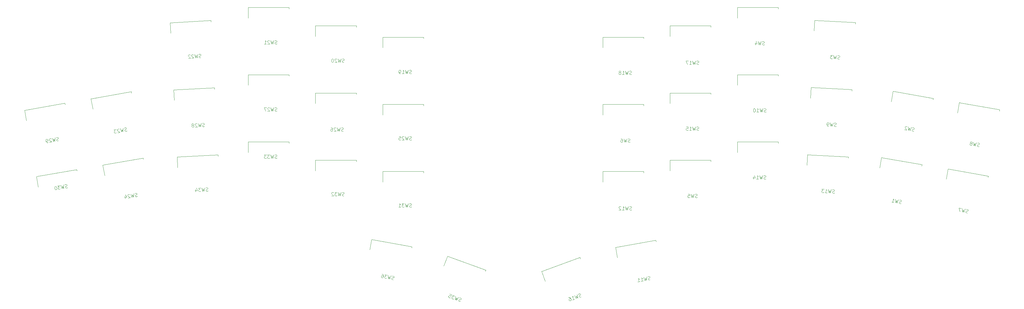
<source format=gbo>
%TF.GenerationSoftware,KiCad,Pcbnew,9.0.6-1.fc42*%
%TF.CreationDate,2026-01-04T08:40:16+11:00*%
%TF.ProjectId,keyboard-split-splay-5x3+2-pinky-cluster,6b657962-6f61-4726-942d-73706c69742d,rev?*%
%TF.SameCoordinates,Original*%
%TF.FileFunction,Legend,Bot*%
%TF.FilePolarity,Positive*%
%FSLAX46Y46*%
G04 Gerber Fmt 4.6, Leading zero omitted, Abs format (unit mm)*
G04 Created by KiCad (PCBNEW 9.0.6-1.fc42) date 2026-01-04 08:40:16*
%MOMM*%
%LPD*%
G01*
G04 APERTURE LIST*
G04 Aperture macros list*
%AMRotRect*
0 Rectangle, with rotation*
0 The origin of the aperture is its center*
0 $1 length*
0 $2 width*
0 $3 Rotation angle, in degrees counterclockwise*
0 Add horizontal line*
21,1,$1,$2,0,0,$3*%
G04 Aperture macros list end*
%ADD10C,0.100000*%
%ADD11C,1.400000*%
%ADD12O,1.800000X0.900000*%
%ADD13C,1.524000*%
%ADD14C,1.700000*%
%ADD15C,3.000000*%
%ADD16C,4.000000*%
%ADD17R,2.500000X2.550000*%
%ADD18RotRect,2.500000X2.550000X357.000000*%
%ADD19RotRect,2.500000X2.550000X350.000000*%
%ADD20RotRect,2.500000X2.550000X10.000000*%
%ADD21RotRect,2.500000X2.550000X20.000000*%
%ADD22RotRect,2.500000X2.550000X3.000000*%
%ADD23RotRect,2.500000X2.550000X340.000000*%
G04 APERTURE END LIST*
D10*
X239249523Y-136119800D02*
X239106666Y-136167419D01*
X239106666Y-136167419D02*
X238868571Y-136167419D01*
X238868571Y-136167419D02*
X238773333Y-136119800D01*
X238773333Y-136119800D02*
X238725714Y-136072180D01*
X238725714Y-136072180D02*
X238678095Y-135976942D01*
X238678095Y-135976942D02*
X238678095Y-135881704D01*
X238678095Y-135881704D02*
X238725714Y-135786466D01*
X238725714Y-135786466D02*
X238773333Y-135738847D01*
X238773333Y-135738847D02*
X238868571Y-135691228D01*
X238868571Y-135691228D02*
X239059047Y-135643609D01*
X239059047Y-135643609D02*
X239154285Y-135595990D01*
X239154285Y-135595990D02*
X239201904Y-135548371D01*
X239201904Y-135548371D02*
X239249523Y-135453133D01*
X239249523Y-135453133D02*
X239249523Y-135357895D01*
X239249523Y-135357895D02*
X239201904Y-135262657D01*
X239201904Y-135262657D02*
X239154285Y-135215038D01*
X239154285Y-135215038D02*
X239059047Y-135167419D01*
X239059047Y-135167419D02*
X238820952Y-135167419D01*
X238820952Y-135167419D02*
X238678095Y-135215038D01*
X238344761Y-135167419D02*
X238106666Y-136167419D01*
X238106666Y-136167419D02*
X237916190Y-135453133D01*
X237916190Y-135453133D02*
X237725714Y-136167419D01*
X237725714Y-136167419D02*
X237487619Y-135167419D01*
X236582857Y-136167419D02*
X237154285Y-136167419D01*
X236868571Y-136167419D02*
X236868571Y-135167419D01*
X236868571Y-135167419D02*
X236963809Y-135310276D01*
X236963809Y-135310276D02*
X237059047Y-135405514D01*
X237059047Y-135405514D02*
X237154285Y-135453133D01*
X235725714Y-135500752D02*
X235725714Y-136167419D01*
X235963809Y-135119800D02*
X236201904Y-135834085D01*
X236201904Y-135834085D02*
X235582857Y-135834085D01*
X200809523Y-106159800D02*
X200666666Y-106207419D01*
X200666666Y-106207419D02*
X200428571Y-106207419D01*
X200428571Y-106207419D02*
X200333333Y-106159800D01*
X200333333Y-106159800D02*
X200285714Y-106112180D01*
X200285714Y-106112180D02*
X200238095Y-106016942D01*
X200238095Y-106016942D02*
X200238095Y-105921704D01*
X200238095Y-105921704D02*
X200285714Y-105826466D01*
X200285714Y-105826466D02*
X200333333Y-105778847D01*
X200333333Y-105778847D02*
X200428571Y-105731228D01*
X200428571Y-105731228D02*
X200619047Y-105683609D01*
X200619047Y-105683609D02*
X200714285Y-105635990D01*
X200714285Y-105635990D02*
X200761904Y-105588371D01*
X200761904Y-105588371D02*
X200809523Y-105493133D01*
X200809523Y-105493133D02*
X200809523Y-105397895D01*
X200809523Y-105397895D02*
X200761904Y-105302657D01*
X200761904Y-105302657D02*
X200714285Y-105255038D01*
X200714285Y-105255038D02*
X200619047Y-105207419D01*
X200619047Y-105207419D02*
X200380952Y-105207419D01*
X200380952Y-105207419D02*
X200238095Y-105255038D01*
X199904761Y-105207419D02*
X199666666Y-106207419D01*
X199666666Y-106207419D02*
X199476190Y-105493133D01*
X199476190Y-105493133D02*
X199285714Y-106207419D01*
X199285714Y-106207419D02*
X199047619Y-105207419D01*
X198142857Y-106207419D02*
X198714285Y-106207419D01*
X198428571Y-106207419D02*
X198428571Y-105207419D01*
X198428571Y-105207419D02*
X198523809Y-105350276D01*
X198523809Y-105350276D02*
X198619047Y-105445514D01*
X198619047Y-105445514D02*
X198714285Y-105493133D01*
X197571428Y-105635990D02*
X197666666Y-105588371D01*
X197666666Y-105588371D02*
X197714285Y-105540752D01*
X197714285Y-105540752D02*
X197761904Y-105445514D01*
X197761904Y-105445514D02*
X197761904Y-105397895D01*
X197761904Y-105397895D02*
X197714285Y-105302657D01*
X197714285Y-105302657D02*
X197666666Y-105255038D01*
X197666666Y-105255038D02*
X197571428Y-105207419D01*
X197571428Y-105207419D02*
X197380952Y-105207419D01*
X197380952Y-105207419D02*
X197285714Y-105255038D01*
X197285714Y-105255038D02*
X197238095Y-105302657D01*
X197238095Y-105302657D02*
X197190476Y-105397895D01*
X197190476Y-105397895D02*
X197190476Y-105445514D01*
X197190476Y-105445514D02*
X197238095Y-105540752D01*
X197238095Y-105540752D02*
X197285714Y-105588371D01*
X197285714Y-105588371D02*
X197380952Y-105635990D01*
X197380952Y-105635990D02*
X197571428Y-105635990D01*
X197571428Y-105635990D02*
X197666666Y-105683609D01*
X197666666Y-105683609D02*
X197714285Y-105731228D01*
X197714285Y-105731228D02*
X197761904Y-105826466D01*
X197761904Y-105826466D02*
X197761904Y-106016942D01*
X197761904Y-106016942D02*
X197714285Y-106112180D01*
X197714285Y-106112180D02*
X197666666Y-106159800D01*
X197666666Y-106159800D02*
X197571428Y-106207419D01*
X197571428Y-106207419D02*
X197380952Y-106207419D01*
X197380952Y-106207419D02*
X197285714Y-106159800D01*
X197285714Y-106159800D02*
X197238095Y-106112180D01*
X197238095Y-106112180D02*
X197190476Y-106016942D01*
X197190476Y-106016942D02*
X197190476Y-105826466D01*
X197190476Y-105826466D02*
X197238095Y-105731228D01*
X197238095Y-105731228D02*
X197285714Y-105683609D01*
X197285714Y-105683609D02*
X197380952Y-105635990D01*
X118559523Y-102659800D02*
X118416666Y-102707419D01*
X118416666Y-102707419D02*
X118178571Y-102707419D01*
X118178571Y-102707419D02*
X118083333Y-102659800D01*
X118083333Y-102659800D02*
X118035714Y-102612180D01*
X118035714Y-102612180D02*
X117988095Y-102516942D01*
X117988095Y-102516942D02*
X117988095Y-102421704D01*
X117988095Y-102421704D02*
X118035714Y-102326466D01*
X118035714Y-102326466D02*
X118083333Y-102278847D01*
X118083333Y-102278847D02*
X118178571Y-102231228D01*
X118178571Y-102231228D02*
X118369047Y-102183609D01*
X118369047Y-102183609D02*
X118464285Y-102135990D01*
X118464285Y-102135990D02*
X118511904Y-102088371D01*
X118511904Y-102088371D02*
X118559523Y-101993133D01*
X118559523Y-101993133D02*
X118559523Y-101897895D01*
X118559523Y-101897895D02*
X118511904Y-101802657D01*
X118511904Y-101802657D02*
X118464285Y-101755038D01*
X118464285Y-101755038D02*
X118369047Y-101707419D01*
X118369047Y-101707419D02*
X118130952Y-101707419D01*
X118130952Y-101707419D02*
X117988095Y-101755038D01*
X117654761Y-101707419D02*
X117416666Y-102707419D01*
X117416666Y-102707419D02*
X117226190Y-101993133D01*
X117226190Y-101993133D02*
X117035714Y-102707419D01*
X117035714Y-102707419D02*
X116797619Y-101707419D01*
X116464285Y-101802657D02*
X116416666Y-101755038D01*
X116416666Y-101755038D02*
X116321428Y-101707419D01*
X116321428Y-101707419D02*
X116083333Y-101707419D01*
X116083333Y-101707419D02*
X115988095Y-101755038D01*
X115988095Y-101755038D02*
X115940476Y-101802657D01*
X115940476Y-101802657D02*
X115892857Y-101897895D01*
X115892857Y-101897895D02*
X115892857Y-101993133D01*
X115892857Y-101993133D02*
X115940476Y-102135990D01*
X115940476Y-102135990D02*
X116511904Y-102707419D01*
X116511904Y-102707419D02*
X115892857Y-102707419D01*
X115273809Y-101707419D02*
X115178571Y-101707419D01*
X115178571Y-101707419D02*
X115083333Y-101755038D01*
X115083333Y-101755038D02*
X115035714Y-101802657D01*
X115035714Y-101802657D02*
X114988095Y-101897895D01*
X114988095Y-101897895D02*
X114940476Y-102088371D01*
X114940476Y-102088371D02*
X114940476Y-102326466D01*
X114940476Y-102326466D02*
X114988095Y-102516942D01*
X114988095Y-102516942D02*
X115035714Y-102612180D01*
X115035714Y-102612180D02*
X115083333Y-102659800D01*
X115083333Y-102659800D02*
X115178571Y-102707419D01*
X115178571Y-102707419D02*
X115273809Y-102707419D01*
X115273809Y-102707419D02*
X115369047Y-102659800D01*
X115369047Y-102659800D02*
X115416666Y-102612180D01*
X115416666Y-102612180D02*
X115464285Y-102516942D01*
X115464285Y-102516942D02*
X115511904Y-102326466D01*
X115511904Y-102326466D02*
X115511904Y-102088371D01*
X115511904Y-102088371D02*
X115464285Y-101897895D01*
X115464285Y-101897895D02*
X115416666Y-101802657D01*
X115416666Y-101802657D02*
X115369047Y-101755038D01*
X115369047Y-101755038D02*
X115273809Y-101707419D01*
X260389443Y-101734551D02*
X260244289Y-101774628D01*
X260244289Y-101774628D02*
X260006520Y-101762167D01*
X260006520Y-101762167D02*
X259913905Y-101709629D01*
X259913905Y-101709629D02*
X259868843Y-101659583D01*
X259868843Y-101659583D02*
X259826274Y-101561984D01*
X259826274Y-101561984D02*
X259831258Y-101466876D01*
X259831258Y-101466876D02*
X259883796Y-101374261D01*
X259883796Y-101374261D02*
X259933842Y-101329199D01*
X259933842Y-101329199D02*
X260031442Y-101286630D01*
X260031442Y-101286630D02*
X260224149Y-101249045D01*
X260224149Y-101249045D02*
X260321749Y-101206475D01*
X260321749Y-101206475D02*
X260371795Y-101161413D01*
X260371795Y-101161413D02*
X260424333Y-101068798D01*
X260424333Y-101068798D02*
X260429318Y-100973691D01*
X260429318Y-100973691D02*
X260386748Y-100876091D01*
X260386748Y-100876091D02*
X260341687Y-100826045D01*
X260341687Y-100826045D02*
X260249071Y-100773507D01*
X260249071Y-100773507D02*
X260011302Y-100761046D01*
X260011302Y-100761046D02*
X259866149Y-100801123D01*
X259535765Y-100736124D02*
X259245660Y-101722292D01*
X259245660Y-101722292D02*
X259092827Y-100999017D01*
X259092827Y-100999017D02*
X258865229Y-101702355D01*
X258865229Y-101702355D02*
X258679796Y-100691264D01*
X258394474Y-100676311D02*
X257776275Y-100643913D01*
X257776275Y-100643913D02*
X258089214Y-101041788D01*
X258089214Y-101041788D02*
X257946552Y-101034312D01*
X257946552Y-101034312D02*
X257848952Y-101076881D01*
X257848952Y-101076881D02*
X257798906Y-101121943D01*
X257798906Y-101121943D02*
X257746368Y-101214558D01*
X257746368Y-101214558D02*
X257733907Y-101452327D01*
X257733907Y-101452327D02*
X257776477Y-101549927D01*
X257776477Y-101549927D02*
X257821538Y-101599973D01*
X257821538Y-101599973D02*
X257914154Y-101652511D01*
X257914154Y-101652511D02*
X258199476Y-101667464D01*
X258199476Y-101667464D02*
X258297076Y-101624895D01*
X258297076Y-101624895D02*
X258347122Y-101579833D01*
X297045586Y-145834184D02*
X296896630Y-145856272D01*
X296896630Y-145856272D02*
X296662152Y-145814927D01*
X296662152Y-145814927D02*
X296576630Y-145751494D01*
X296576630Y-145751494D02*
X296538003Y-145696329D01*
X296538003Y-145696329D02*
X296507646Y-145594269D01*
X296507646Y-145594269D02*
X296524183Y-145500478D01*
X296524183Y-145500478D02*
X296587617Y-145414956D01*
X296587617Y-145414956D02*
X296642782Y-145376329D01*
X296642782Y-145376329D02*
X296744842Y-145345971D01*
X296744842Y-145345971D02*
X296940693Y-145332152D01*
X296940693Y-145332152D02*
X297042753Y-145301794D01*
X297042753Y-145301794D02*
X297097918Y-145263167D01*
X297097918Y-145263167D02*
X297161351Y-145177645D01*
X297161351Y-145177645D02*
X297177889Y-145083854D01*
X297177889Y-145083854D02*
X297147532Y-144981794D01*
X297147532Y-144981794D02*
X297108905Y-144926629D01*
X297108905Y-144926629D02*
X297023383Y-144863196D01*
X297023383Y-144863196D02*
X296788905Y-144821851D01*
X296788905Y-144821851D02*
X296639949Y-144843939D01*
X296319949Y-144739161D02*
X295911822Y-145682624D01*
X295911822Y-145682624D02*
X295848274Y-144946114D01*
X295848274Y-144946114D02*
X295536658Y-145616472D01*
X295536658Y-145616472D02*
X295475828Y-144590320D01*
X295194454Y-144540706D02*
X294537916Y-144424941D01*
X294537916Y-144424941D02*
X294786328Y-145484169D01*
X56353194Y-122339353D02*
X56220776Y-122411056D01*
X56220776Y-122411056D02*
X55986298Y-122452400D01*
X55986298Y-122452400D02*
X55884238Y-122422043D01*
X55884238Y-122422043D02*
X55829073Y-122383416D01*
X55829073Y-122383416D02*
X55765639Y-122297894D01*
X55765639Y-122297894D02*
X55749102Y-122204103D01*
X55749102Y-122204103D02*
X55779459Y-122102043D01*
X55779459Y-122102043D02*
X55818086Y-122046878D01*
X55818086Y-122046878D02*
X55903608Y-121983444D01*
X55903608Y-121983444D02*
X56082922Y-121903473D01*
X56082922Y-121903473D02*
X56168444Y-121840039D01*
X56168444Y-121840039D02*
X56207070Y-121784875D01*
X56207070Y-121784875D02*
X56237428Y-121682815D01*
X56237428Y-121682815D02*
X56220890Y-121589023D01*
X56220890Y-121589023D02*
X56157457Y-121503501D01*
X56157457Y-121503501D02*
X56102292Y-121464875D01*
X56102292Y-121464875D02*
X56000232Y-121434517D01*
X56000232Y-121434517D02*
X55765754Y-121475862D01*
X55765754Y-121475862D02*
X55633336Y-121547564D01*
X55296798Y-121558551D02*
X55235968Y-122584704D01*
X55235968Y-122584704D02*
X54924351Y-121914346D01*
X54924351Y-121914346D02*
X54860803Y-122650856D01*
X54860803Y-122650856D02*
X54452677Y-121707393D01*
X54140946Y-121859067D02*
X54085781Y-121820440D01*
X54085781Y-121820440D02*
X53983721Y-121790082D01*
X53983721Y-121790082D02*
X53749243Y-121831427D01*
X53749243Y-121831427D02*
X53663721Y-121894861D01*
X53663721Y-121894861D02*
X53625094Y-121950025D01*
X53625094Y-121950025D02*
X53594736Y-122052085D01*
X53594736Y-122052085D02*
X53611274Y-122145876D01*
X53611274Y-122145876D02*
X53682977Y-122278294D01*
X53682977Y-122278294D02*
X54344952Y-122741814D01*
X54344952Y-122741814D02*
X53735309Y-122849311D01*
X53233391Y-121922386D02*
X52623748Y-122029882D01*
X52623748Y-122029882D02*
X53018169Y-122347164D01*
X53018169Y-122347164D02*
X52877482Y-122371971D01*
X52877482Y-122371971D02*
X52791960Y-122435405D01*
X52791960Y-122435405D02*
X52753333Y-122490569D01*
X52753333Y-122490569D02*
X52722976Y-122592629D01*
X52722976Y-122592629D02*
X52764321Y-122827107D01*
X52764321Y-122827107D02*
X52827754Y-122912630D01*
X52827754Y-122912630D02*
X52882919Y-122951256D01*
X52882919Y-122951256D02*
X52984979Y-122981614D01*
X52984979Y-122981614D02*
X53266353Y-122932000D01*
X53266353Y-122932000D02*
X53351875Y-122868567D01*
X53351875Y-122868567D02*
X53390501Y-122813402D01*
X186452122Y-169820193D02*
X186334166Y-169913800D01*
X186334166Y-169913800D02*
X186110430Y-169995234D01*
X186110430Y-169995234D02*
X186004649Y-169983060D01*
X186004649Y-169983060D02*
X185943615Y-169954599D01*
X185943615Y-169954599D02*
X185866294Y-169881391D01*
X185866294Y-169881391D02*
X185833721Y-169791897D01*
X185833721Y-169791897D02*
X185845895Y-169686115D01*
X185845895Y-169686115D02*
X185874355Y-169625082D01*
X185874355Y-169625082D02*
X185947563Y-169547761D01*
X185947563Y-169547761D02*
X186110266Y-169437867D01*
X186110266Y-169437867D02*
X186183474Y-169360546D01*
X186183474Y-169360546D02*
X186211934Y-169299512D01*
X186211934Y-169299512D02*
X186224108Y-169193731D01*
X186224108Y-169193731D02*
X186191535Y-169104237D01*
X186191535Y-169104237D02*
X186114214Y-169031029D01*
X186114214Y-169031029D02*
X186053180Y-169002568D01*
X186053180Y-169002568D02*
X185947399Y-168990394D01*
X185947399Y-168990394D02*
X185723663Y-169071828D01*
X185723663Y-169071828D02*
X185605708Y-169165435D01*
X185276190Y-169234694D02*
X185394474Y-170255820D01*
X185394474Y-170255820D02*
X184971185Y-169649758D01*
X184971185Y-169649758D02*
X185036496Y-170386114D01*
X185036496Y-170386114D02*
X184470739Y-169527855D01*
X183962561Y-170776994D02*
X184499529Y-170581554D01*
X184231045Y-170679274D02*
X183889025Y-169739581D01*
X183889025Y-169739581D02*
X184027379Y-169841250D01*
X184027379Y-169841250D02*
X184149447Y-169898171D01*
X184149447Y-169898171D02*
X184255228Y-169910345D01*
X182815090Y-170130461D02*
X182994079Y-170065315D01*
X182994079Y-170065315D02*
X183099861Y-170077489D01*
X183099861Y-170077489D02*
X183160895Y-170105949D01*
X183160895Y-170105949D02*
X183299249Y-170207618D01*
X183299249Y-170207618D02*
X183409143Y-170370320D01*
X183409143Y-170370320D02*
X183539436Y-170728298D01*
X183539436Y-170728298D02*
X183527262Y-170834079D01*
X183527262Y-170834079D02*
X183498802Y-170895113D01*
X183498802Y-170895113D02*
X183425594Y-170972434D01*
X183425594Y-170972434D02*
X183246605Y-171037581D01*
X183246605Y-171037581D02*
X183140824Y-171025407D01*
X183140824Y-171025407D02*
X183079790Y-170996946D01*
X183079790Y-170996946D02*
X183002469Y-170923738D01*
X183002469Y-170923738D02*
X182921036Y-170700002D01*
X182921036Y-170700002D02*
X182933210Y-170594221D01*
X182933210Y-170594221D02*
X182961670Y-170533187D01*
X182961670Y-170533187D02*
X183034878Y-170455866D01*
X183034878Y-170455866D02*
X183213867Y-170390720D01*
X183213867Y-170390720D02*
X183319648Y-170402893D01*
X183319648Y-170402893D02*
X183380682Y-170431354D01*
X183380682Y-170431354D02*
X183458003Y-170504562D01*
X259385779Y-121054455D02*
X259240625Y-121094532D01*
X259240625Y-121094532D02*
X259002856Y-121082071D01*
X259002856Y-121082071D02*
X258910241Y-121029533D01*
X258910241Y-121029533D02*
X258865179Y-120979487D01*
X258865179Y-120979487D02*
X258822610Y-120881888D01*
X258822610Y-120881888D02*
X258827594Y-120786780D01*
X258827594Y-120786780D02*
X258880132Y-120694165D01*
X258880132Y-120694165D02*
X258930178Y-120649103D01*
X258930178Y-120649103D02*
X259027778Y-120606534D01*
X259027778Y-120606534D02*
X259220485Y-120568949D01*
X259220485Y-120568949D02*
X259318085Y-120526379D01*
X259318085Y-120526379D02*
X259368131Y-120481317D01*
X259368131Y-120481317D02*
X259420669Y-120388702D01*
X259420669Y-120388702D02*
X259425654Y-120293595D01*
X259425654Y-120293595D02*
X259383084Y-120195995D01*
X259383084Y-120195995D02*
X259338023Y-120145949D01*
X259338023Y-120145949D02*
X259245407Y-120093411D01*
X259245407Y-120093411D02*
X259007638Y-120080950D01*
X259007638Y-120080950D02*
X258862485Y-120121027D01*
X258532101Y-120056028D02*
X258241996Y-121042196D01*
X258241996Y-121042196D02*
X258089163Y-120318921D01*
X258089163Y-120318921D02*
X257861565Y-121022259D01*
X257861565Y-121022259D02*
X257676132Y-120011168D01*
X257195812Y-120987368D02*
X257005597Y-120977400D01*
X257005597Y-120977400D02*
X256912982Y-120924861D01*
X256912982Y-120924861D02*
X256867920Y-120874815D01*
X256867920Y-120874815D02*
X256780289Y-120727170D01*
X256780289Y-120727170D02*
X256742704Y-120534462D01*
X256742704Y-120534462D02*
X256762642Y-120154032D01*
X256762642Y-120154032D02*
X256815180Y-120061417D01*
X256815180Y-120061417D02*
X256865226Y-120016355D01*
X256865226Y-120016355D02*
X256962826Y-119973786D01*
X256962826Y-119973786D02*
X257153041Y-119983754D01*
X257153041Y-119983754D02*
X257245656Y-120036293D01*
X257245656Y-120036293D02*
X257290718Y-120086338D01*
X257290718Y-120086338D02*
X257333287Y-120183938D01*
X257333287Y-120183938D02*
X257320826Y-120421707D01*
X257320826Y-120421707D02*
X257268288Y-120514323D01*
X257268288Y-120514323D02*
X257218242Y-120559384D01*
X257218242Y-120559384D02*
X257120642Y-120601954D01*
X257120642Y-120601954D02*
X256930427Y-120591985D01*
X256930427Y-120591985D02*
X256837812Y-120539447D01*
X256837812Y-120539447D02*
X256792750Y-120489401D01*
X256792750Y-120489401D02*
X256750181Y-120391801D01*
X220059523Y-122159800D02*
X219916666Y-122207419D01*
X219916666Y-122207419D02*
X219678571Y-122207419D01*
X219678571Y-122207419D02*
X219583333Y-122159800D01*
X219583333Y-122159800D02*
X219535714Y-122112180D01*
X219535714Y-122112180D02*
X219488095Y-122016942D01*
X219488095Y-122016942D02*
X219488095Y-121921704D01*
X219488095Y-121921704D02*
X219535714Y-121826466D01*
X219535714Y-121826466D02*
X219583333Y-121778847D01*
X219583333Y-121778847D02*
X219678571Y-121731228D01*
X219678571Y-121731228D02*
X219869047Y-121683609D01*
X219869047Y-121683609D02*
X219964285Y-121635990D01*
X219964285Y-121635990D02*
X220011904Y-121588371D01*
X220011904Y-121588371D02*
X220059523Y-121493133D01*
X220059523Y-121493133D02*
X220059523Y-121397895D01*
X220059523Y-121397895D02*
X220011904Y-121302657D01*
X220011904Y-121302657D02*
X219964285Y-121255038D01*
X219964285Y-121255038D02*
X219869047Y-121207419D01*
X219869047Y-121207419D02*
X219630952Y-121207419D01*
X219630952Y-121207419D02*
X219488095Y-121255038D01*
X219154761Y-121207419D02*
X218916666Y-122207419D01*
X218916666Y-122207419D02*
X218726190Y-121493133D01*
X218726190Y-121493133D02*
X218535714Y-122207419D01*
X218535714Y-122207419D02*
X218297619Y-121207419D01*
X217392857Y-122207419D02*
X217964285Y-122207419D01*
X217678571Y-122207419D02*
X217678571Y-121207419D01*
X217678571Y-121207419D02*
X217773809Y-121350276D01*
X217773809Y-121350276D02*
X217869047Y-121445514D01*
X217869047Y-121445514D02*
X217964285Y-121493133D01*
X216488095Y-121207419D02*
X216964285Y-121207419D01*
X216964285Y-121207419D02*
X217011904Y-121683609D01*
X217011904Y-121683609D02*
X216964285Y-121635990D01*
X216964285Y-121635990D02*
X216869047Y-121588371D01*
X216869047Y-121588371D02*
X216630952Y-121588371D01*
X216630952Y-121588371D02*
X216535714Y-121635990D01*
X216535714Y-121635990D02*
X216488095Y-121683609D01*
X216488095Y-121683609D02*
X216440476Y-121778847D01*
X216440476Y-121778847D02*
X216440476Y-122016942D01*
X216440476Y-122016942D02*
X216488095Y-122112180D01*
X216488095Y-122112180D02*
X216535714Y-122159800D01*
X216535714Y-122159800D02*
X216630952Y-122207419D01*
X216630952Y-122207419D02*
X216869047Y-122207419D01*
X216869047Y-122207419D02*
X216964285Y-122159800D01*
X216964285Y-122159800D02*
X217011904Y-122112180D01*
X77578496Y-101314535D02*
X77438327Y-101369565D01*
X77438327Y-101369565D02*
X77200558Y-101382026D01*
X77200558Y-101382026D02*
X77102958Y-101339457D01*
X77102958Y-101339457D02*
X77052912Y-101294395D01*
X77052912Y-101294395D02*
X77000374Y-101201780D01*
X77000374Y-101201780D02*
X76995389Y-101106672D01*
X76995389Y-101106672D02*
X77037959Y-101009072D01*
X77037959Y-101009072D02*
X77083020Y-100959026D01*
X77083020Y-100959026D02*
X77175636Y-100906488D01*
X77175636Y-100906488D02*
X77363359Y-100848966D01*
X77363359Y-100848966D02*
X77455974Y-100796427D01*
X77455974Y-100796427D02*
X77501036Y-100746381D01*
X77501036Y-100746381D02*
X77543605Y-100648782D01*
X77543605Y-100648782D02*
X77538621Y-100553674D01*
X77538621Y-100553674D02*
X77486083Y-100461059D01*
X77486083Y-100461059D02*
X77436037Y-100415997D01*
X77436037Y-100415997D02*
X77338437Y-100373428D01*
X77338437Y-100373428D02*
X77100668Y-100385889D01*
X77100668Y-100385889D02*
X76960499Y-100440919D01*
X76625130Y-100410811D02*
X76439697Y-101421901D01*
X76439697Y-101421901D02*
X76212099Y-100718563D01*
X76212099Y-100718563D02*
X76059267Y-101441839D01*
X76059267Y-101441839D02*
X75769162Y-100455670D01*
X75441270Y-100568223D02*
X75391224Y-100523161D01*
X75391224Y-100523161D02*
X75293624Y-100480592D01*
X75293624Y-100480592D02*
X75055855Y-100493053D01*
X75055855Y-100493053D02*
X74963240Y-100545591D01*
X74963240Y-100545591D02*
X74918178Y-100595637D01*
X74918178Y-100595637D02*
X74875609Y-100693237D01*
X74875609Y-100693237D02*
X74880593Y-100788344D01*
X74880593Y-100788344D02*
X74935623Y-100928513D01*
X74935623Y-100928513D02*
X75536175Y-101469253D01*
X75536175Y-101469253D02*
X74917976Y-101501651D01*
X74490194Y-100618067D02*
X74440148Y-100573005D01*
X74440148Y-100573005D02*
X74342548Y-100530436D01*
X74342548Y-100530436D02*
X74104779Y-100542897D01*
X74104779Y-100542897D02*
X74012164Y-100595435D01*
X74012164Y-100595435D02*
X73967102Y-100645481D01*
X73967102Y-100645481D02*
X73924533Y-100743080D01*
X73924533Y-100743080D02*
X73929517Y-100838188D01*
X73929517Y-100838188D02*
X73984548Y-100978357D01*
X73984548Y-100978357D02*
X74585099Y-101519096D01*
X74585099Y-101519096D02*
X73966900Y-101551495D01*
X99309523Y-116659800D02*
X99166666Y-116707419D01*
X99166666Y-116707419D02*
X98928571Y-116707419D01*
X98928571Y-116707419D02*
X98833333Y-116659800D01*
X98833333Y-116659800D02*
X98785714Y-116612180D01*
X98785714Y-116612180D02*
X98738095Y-116516942D01*
X98738095Y-116516942D02*
X98738095Y-116421704D01*
X98738095Y-116421704D02*
X98785714Y-116326466D01*
X98785714Y-116326466D02*
X98833333Y-116278847D01*
X98833333Y-116278847D02*
X98928571Y-116231228D01*
X98928571Y-116231228D02*
X99119047Y-116183609D01*
X99119047Y-116183609D02*
X99214285Y-116135990D01*
X99214285Y-116135990D02*
X99261904Y-116088371D01*
X99261904Y-116088371D02*
X99309523Y-115993133D01*
X99309523Y-115993133D02*
X99309523Y-115897895D01*
X99309523Y-115897895D02*
X99261904Y-115802657D01*
X99261904Y-115802657D02*
X99214285Y-115755038D01*
X99214285Y-115755038D02*
X99119047Y-115707419D01*
X99119047Y-115707419D02*
X98880952Y-115707419D01*
X98880952Y-115707419D02*
X98738095Y-115755038D01*
X98404761Y-115707419D02*
X98166666Y-116707419D01*
X98166666Y-116707419D02*
X97976190Y-115993133D01*
X97976190Y-115993133D02*
X97785714Y-116707419D01*
X97785714Y-116707419D02*
X97547619Y-115707419D01*
X97214285Y-115802657D02*
X97166666Y-115755038D01*
X97166666Y-115755038D02*
X97071428Y-115707419D01*
X97071428Y-115707419D02*
X96833333Y-115707419D01*
X96833333Y-115707419D02*
X96738095Y-115755038D01*
X96738095Y-115755038D02*
X96690476Y-115802657D01*
X96690476Y-115802657D02*
X96642857Y-115897895D01*
X96642857Y-115897895D02*
X96642857Y-115993133D01*
X96642857Y-115993133D02*
X96690476Y-116135990D01*
X96690476Y-116135990D02*
X97261904Y-116707419D01*
X97261904Y-116707419D02*
X96642857Y-116707419D01*
X96309523Y-115707419D02*
X95642857Y-115707419D01*
X95642857Y-115707419D02*
X96071428Y-116707419D01*
X118309523Y-122409800D02*
X118166666Y-122457419D01*
X118166666Y-122457419D02*
X117928571Y-122457419D01*
X117928571Y-122457419D02*
X117833333Y-122409800D01*
X117833333Y-122409800D02*
X117785714Y-122362180D01*
X117785714Y-122362180D02*
X117738095Y-122266942D01*
X117738095Y-122266942D02*
X117738095Y-122171704D01*
X117738095Y-122171704D02*
X117785714Y-122076466D01*
X117785714Y-122076466D02*
X117833333Y-122028847D01*
X117833333Y-122028847D02*
X117928571Y-121981228D01*
X117928571Y-121981228D02*
X118119047Y-121933609D01*
X118119047Y-121933609D02*
X118214285Y-121885990D01*
X118214285Y-121885990D02*
X118261904Y-121838371D01*
X118261904Y-121838371D02*
X118309523Y-121743133D01*
X118309523Y-121743133D02*
X118309523Y-121647895D01*
X118309523Y-121647895D02*
X118261904Y-121552657D01*
X118261904Y-121552657D02*
X118214285Y-121505038D01*
X118214285Y-121505038D02*
X118119047Y-121457419D01*
X118119047Y-121457419D02*
X117880952Y-121457419D01*
X117880952Y-121457419D02*
X117738095Y-121505038D01*
X117404761Y-121457419D02*
X117166666Y-122457419D01*
X117166666Y-122457419D02*
X116976190Y-121743133D01*
X116976190Y-121743133D02*
X116785714Y-122457419D01*
X116785714Y-122457419D02*
X116547619Y-121457419D01*
X116214285Y-121552657D02*
X116166666Y-121505038D01*
X116166666Y-121505038D02*
X116071428Y-121457419D01*
X116071428Y-121457419D02*
X115833333Y-121457419D01*
X115833333Y-121457419D02*
X115738095Y-121505038D01*
X115738095Y-121505038D02*
X115690476Y-121552657D01*
X115690476Y-121552657D02*
X115642857Y-121647895D01*
X115642857Y-121647895D02*
X115642857Y-121743133D01*
X115642857Y-121743133D02*
X115690476Y-121885990D01*
X115690476Y-121885990D02*
X116261904Y-122457419D01*
X116261904Y-122457419D02*
X115642857Y-122457419D01*
X114785714Y-121457419D02*
X114976190Y-121457419D01*
X114976190Y-121457419D02*
X115071428Y-121505038D01*
X115071428Y-121505038D02*
X115119047Y-121552657D01*
X115119047Y-121552657D02*
X115214285Y-121695514D01*
X115214285Y-121695514D02*
X115261904Y-121885990D01*
X115261904Y-121885990D02*
X115261904Y-122266942D01*
X115261904Y-122266942D02*
X115214285Y-122362180D01*
X115214285Y-122362180D02*
X115166666Y-122409800D01*
X115166666Y-122409800D02*
X115071428Y-122457419D01*
X115071428Y-122457419D02*
X114880952Y-122457419D01*
X114880952Y-122457419D02*
X114785714Y-122409800D01*
X114785714Y-122409800D02*
X114738095Y-122362180D01*
X114738095Y-122362180D02*
X114690476Y-122266942D01*
X114690476Y-122266942D02*
X114690476Y-122028847D01*
X114690476Y-122028847D02*
X114738095Y-121933609D01*
X114738095Y-121933609D02*
X114785714Y-121885990D01*
X114785714Y-121885990D02*
X114880952Y-121838371D01*
X114880952Y-121838371D02*
X115071428Y-121838371D01*
X115071428Y-121838371D02*
X115166666Y-121885990D01*
X115166666Y-121885990D02*
X115214285Y-121933609D01*
X115214285Y-121933609D02*
X115261904Y-122028847D01*
X78578491Y-121064535D02*
X78438322Y-121119565D01*
X78438322Y-121119565D02*
X78200553Y-121132026D01*
X78200553Y-121132026D02*
X78102953Y-121089457D01*
X78102953Y-121089457D02*
X78052907Y-121044395D01*
X78052907Y-121044395D02*
X78000369Y-120951780D01*
X78000369Y-120951780D02*
X77995384Y-120856672D01*
X77995384Y-120856672D02*
X78037954Y-120759072D01*
X78037954Y-120759072D02*
X78083015Y-120709026D01*
X78083015Y-120709026D02*
X78175631Y-120656488D01*
X78175631Y-120656488D02*
X78363354Y-120598966D01*
X78363354Y-120598966D02*
X78455969Y-120546427D01*
X78455969Y-120546427D02*
X78501031Y-120496381D01*
X78501031Y-120496381D02*
X78543600Y-120398782D01*
X78543600Y-120398782D02*
X78538616Y-120303674D01*
X78538616Y-120303674D02*
X78486078Y-120211059D01*
X78486078Y-120211059D02*
X78436032Y-120165997D01*
X78436032Y-120165997D02*
X78338432Y-120123428D01*
X78338432Y-120123428D02*
X78100663Y-120135889D01*
X78100663Y-120135889D02*
X77960494Y-120190919D01*
X77625125Y-120160811D02*
X77439692Y-121171901D01*
X77439692Y-121171901D02*
X77212094Y-120468563D01*
X77212094Y-120468563D02*
X77059262Y-121191839D01*
X77059262Y-121191839D02*
X76769157Y-120205670D01*
X76441265Y-120318223D02*
X76391219Y-120273161D01*
X76391219Y-120273161D02*
X76293619Y-120230592D01*
X76293619Y-120230592D02*
X76055850Y-120243053D01*
X76055850Y-120243053D02*
X75963235Y-120295591D01*
X75963235Y-120295591D02*
X75918173Y-120345637D01*
X75918173Y-120345637D02*
X75875604Y-120443237D01*
X75875604Y-120443237D02*
X75880588Y-120538344D01*
X75880588Y-120538344D02*
X75935618Y-120678513D01*
X75935618Y-120678513D02*
X76536170Y-121219253D01*
X76536170Y-121219253D02*
X75917971Y-121251651D01*
X75317419Y-120710912D02*
X75410035Y-120658374D01*
X75410035Y-120658374D02*
X75455096Y-120608328D01*
X75455096Y-120608328D02*
X75497666Y-120510728D01*
X75497666Y-120510728D02*
X75495173Y-120463174D01*
X75495173Y-120463174D02*
X75442635Y-120370559D01*
X75442635Y-120370559D02*
X75392589Y-120325497D01*
X75392589Y-120325497D02*
X75294989Y-120282928D01*
X75294989Y-120282928D02*
X75104774Y-120292897D01*
X75104774Y-120292897D02*
X75012159Y-120345435D01*
X75012159Y-120345435D02*
X74967097Y-120395481D01*
X74967097Y-120395481D02*
X74924528Y-120493080D01*
X74924528Y-120493080D02*
X74927020Y-120540634D01*
X74927020Y-120540634D02*
X74979558Y-120633250D01*
X74979558Y-120633250D02*
X75029604Y-120678311D01*
X75029604Y-120678311D02*
X75127204Y-120720881D01*
X75127204Y-120720881D02*
X75317419Y-120710912D01*
X75317419Y-120710912D02*
X75415019Y-120753481D01*
X75415019Y-120753481D02*
X75465065Y-120798543D01*
X75465065Y-120798543D02*
X75517603Y-120891158D01*
X75517603Y-120891158D02*
X75527572Y-121081373D01*
X75527572Y-121081373D02*
X75485002Y-121178973D01*
X75485002Y-121178973D02*
X75439941Y-121229019D01*
X75439941Y-121229019D02*
X75347325Y-121281557D01*
X75347325Y-121281557D02*
X75157110Y-121291526D01*
X75157110Y-121291526D02*
X75059510Y-121248957D01*
X75059510Y-121248957D02*
X75009465Y-121203895D01*
X75009465Y-121203895D02*
X74956926Y-121111280D01*
X74956926Y-121111280D02*
X74946958Y-120921065D01*
X74946958Y-120921065D02*
X74989527Y-120823465D01*
X74989527Y-120823465D02*
X75034589Y-120773419D01*
X75034589Y-120773419D02*
X75127204Y-120720881D01*
X277941397Y-143175069D02*
X277792441Y-143197157D01*
X277792441Y-143197157D02*
X277557963Y-143155812D01*
X277557963Y-143155812D02*
X277472441Y-143092379D01*
X277472441Y-143092379D02*
X277433814Y-143037214D01*
X277433814Y-143037214D02*
X277403457Y-142935154D01*
X277403457Y-142935154D02*
X277419994Y-142841363D01*
X277419994Y-142841363D02*
X277483428Y-142755841D01*
X277483428Y-142755841D02*
X277538593Y-142717214D01*
X277538593Y-142717214D02*
X277640653Y-142686856D01*
X277640653Y-142686856D02*
X277836504Y-142673037D01*
X277836504Y-142673037D02*
X277938564Y-142642679D01*
X277938564Y-142642679D02*
X277993729Y-142604052D01*
X277993729Y-142604052D02*
X278057162Y-142518530D01*
X278057162Y-142518530D02*
X278073700Y-142424739D01*
X278073700Y-142424739D02*
X278043343Y-142322679D01*
X278043343Y-142322679D02*
X278004716Y-142267514D01*
X278004716Y-142267514D02*
X277919194Y-142204081D01*
X277919194Y-142204081D02*
X277684716Y-142162736D01*
X277684716Y-142162736D02*
X277535760Y-142184824D01*
X277215760Y-142080046D02*
X276807633Y-143023509D01*
X276807633Y-143023509D02*
X276744085Y-142286999D01*
X276744085Y-142286999D02*
X276432469Y-142957357D01*
X276432469Y-142957357D02*
X276371639Y-141931205D01*
X275306974Y-142758902D02*
X275869721Y-142858130D01*
X275588348Y-142808516D02*
X275761996Y-141823708D01*
X275761996Y-141823708D02*
X275830980Y-141980933D01*
X275830980Y-141980933D02*
X275908234Y-142091262D01*
X275908234Y-142091262D02*
X275993756Y-142154696D01*
X281622142Y-122423253D02*
X281473186Y-122445341D01*
X281473186Y-122445341D02*
X281238708Y-122403996D01*
X281238708Y-122403996D02*
X281153186Y-122340563D01*
X281153186Y-122340563D02*
X281114559Y-122285398D01*
X281114559Y-122285398D02*
X281084202Y-122183338D01*
X281084202Y-122183338D02*
X281100739Y-122089547D01*
X281100739Y-122089547D02*
X281164173Y-122004025D01*
X281164173Y-122004025D02*
X281219338Y-121965398D01*
X281219338Y-121965398D02*
X281321398Y-121935040D01*
X281321398Y-121935040D02*
X281517249Y-121921221D01*
X281517249Y-121921221D02*
X281619309Y-121890863D01*
X281619309Y-121890863D02*
X281674474Y-121852236D01*
X281674474Y-121852236D02*
X281737907Y-121766714D01*
X281737907Y-121766714D02*
X281754445Y-121672923D01*
X281754445Y-121672923D02*
X281724088Y-121570863D01*
X281724088Y-121570863D02*
X281685461Y-121515698D01*
X281685461Y-121515698D02*
X281599939Y-121452265D01*
X281599939Y-121452265D02*
X281365461Y-121410920D01*
X281365461Y-121410920D02*
X281216505Y-121433008D01*
X280896505Y-121328230D02*
X280488378Y-122271693D01*
X280488378Y-122271693D02*
X280424830Y-121535183D01*
X280424830Y-121535183D02*
X280113214Y-122205541D01*
X280113214Y-122205541D02*
X280052384Y-121179389D01*
X279707577Y-121215297D02*
X279668950Y-121160133D01*
X279668950Y-121160133D02*
X279583428Y-121096699D01*
X279583428Y-121096699D02*
X279348950Y-121055354D01*
X279348950Y-121055354D02*
X279246890Y-121085712D01*
X279246890Y-121085712D02*
X279191725Y-121124339D01*
X279191725Y-121124339D02*
X279128291Y-121209861D01*
X279128291Y-121209861D02*
X279111754Y-121303652D01*
X279111754Y-121303652D02*
X279133842Y-121452608D01*
X279133842Y-121452608D02*
X279597362Y-122114583D01*
X279597362Y-122114583D02*
X278987719Y-122007086D01*
X39353194Y-138589353D02*
X39220776Y-138661056D01*
X39220776Y-138661056D02*
X38986298Y-138702400D01*
X38986298Y-138702400D02*
X38884238Y-138672043D01*
X38884238Y-138672043D02*
X38829073Y-138633416D01*
X38829073Y-138633416D02*
X38765639Y-138547894D01*
X38765639Y-138547894D02*
X38749102Y-138454103D01*
X38749102Y-138454103D02*
X38779459Y-138352043D01*
X38779459Y-138352043D02*
X38818086Y-138296878D01*
X38818086Y-138296878D02*
X38903608Y-138233444D01*
X38903608Y-138233444D02*
X39082922Y-138153473D01*
X39082922Y-138153473D02*
X39168444Y-138090039D01*
X39168444Y-138090039D02*
X39207070Y-138034875D01*
X39207070Y-138034875D02*
X39237428Y-137932815D01*
X39237428Y-137932815D02*
X39220890Y-137839023D01*
X39220890Y-137839023D02*
X39157457Y-137753501D01*
X39157457Y-137753501D02*
X39102292Y-137714875D01*
X39102292Y-137714875D02*
X39000232Y-137684517D01*
X39000232Y-137684517D02*
X38765754Y-137725862D01*
X38765754Y-137725862D02*
X38633336Y-137797564D01*
X38296798Y-137808551D02*
X38235968Y-138834704D01*
X38235968Y-138834704D02*
X37924351Y-138164346D01*
X37924351Y-138164346D02*
X37860803Y-138900856D01*
X37860803Y-138900856D02*
X37452677Y-137957393D01*
X37171303Y-138007006D02*
X36561660Y-138114503D01*
X36561660Y-138114503D02*
X36956081Y-138431785D01*
X36956081Y-138431785D02*
X36815395Y-138456592D01*
X36815395Y-138456592D02*
X36729872Y-138520025D01*
X36729872Y-138520025D02*
X36691246Y-138575190D01*
X36691246Y-138575190D02*
X36660888Y-138677250D01*
X36660888Y-138677250D02*
X36702233Y-138911728D01*
X36702233Y-138911728D02*
X36765666Y-138997250D01*
X36765666Y-138997250D02*
X36820831Y-139035877D01*
X36820831Y-139035877D02*
X36922891Y-139066235D01*
X36922891Y-139066235D02*
X37204265Y-139016621D01*
X37204265Y-139016621D02*
X37289787Y-138953187D01*
X37289787Y-138953187D02*
X37328414Y-138898023D01*
X35952018Y-138221999D02*
X35858226Y-138238537D01*
X35858226Y-138238537D02*
X35772704Y-138301971D01*
X35772704Y-138301971D02*
X35734077Y-138357135D01*
X35734077Y-138357135D02*
X35703720Y-138459196D01*
X35703720Y-138459196D02*
X35689900Y-138655047D01*
X35689900Y-138655047D02*
X35731245Y-138889525D01*
X35731245Y-138889525D02*
X35811216Y-139068838D01*
X35811216Y-139068838D02*
X35874650Y-139154361D01*
X35874650Y-139154361D02*
X35929814Y-139192987D01*
X35929814Y-139192987D02*
X36031874Y-139223345D01*
X36031874Y-139223345D02*
X36125666Y-139206807D01*
X36125666Y-139206807D02*
X36211188Y-139143374D01*
X36211188Y-139143374D02*
X36249815Y-139088209D01*
X36249815Y-139088209D02*
X36280172Y-138986149D01*
X36280172Y-138986149D02*
X36293992Y-138790297D01*
X36293992Y-138790297D02*
X36252647Y-138555819D01*
X36252647Y-138555819D02*
X36172676Y-138376506D01*
X36172676Y-138376506D02*
X36109242Y-138290984D01*
X36109242Y-138290984D02*
X36054078Y-138252357D01*
X36054078Y-138252357D02*
X35952018Y-138221999D01*
X238833332Y-97659800D02*
X238690475Y-97707419D01*
X238690475Y-97707419D02*
X238452380Y-97707419D01*
X238452380Y-97707419D02*
X238357142Y-97659800D01*
X238357142Y-97659800D02*
X238309523Y-97612180D01*
X238309523Y-97612180D02*
X238261904Y-97516942D01*
X238261904Y-97516942D02*
X238261904Y-97421704D01*
X238261904Y-97421704D02*
X238309523Y-97326466D01*
X238309523Y-97326466D02*
X238357142Y-97278847D01*
X238357142Y-97278847D02*
X238452380Y-97231228D01*
X238452380Y-97231228D02*
X238642856Y-97183609D01*
X238642856Y-97183609D02*
X238738094Y-97135990D01*
X238738094Y-97135990D02*
X238785713Y-97088371D01*
X238785713Y-97088371D02*
X238833332Y-96993133D01*
X238833332Y-96993133D02*
X238833332Y-96897895D01*
X238833332Y-96897895D02*
X238785713Y-96802657D01*
X238785713Y-96802657D02*
X238738094Y-96755038D01*
X238738094Y-96755038D02*
X238642856Y-96707419D01*
X238642856Y-96707419D02*
X238404761Y-96707419D01*
X238404761Y-96707419D02*
X238261904Y-96755038D01*
X237928570Y-96707419D02*
X237690475Y-97707419D01*
X237690475Y-97707419D02*
X237499999Y-96993133D01*
X237499999Y-96993133D02*
X237309523Y-97707419D01*
X237309523Y-97707419D02*
X237071428Y-96707419D01*
X236261904Y-97040752D02*
X236261904Y-97707419D01*
X236499999Y-96659800D02*
X236738094Y-97374085D01*
X236738094Y-97374085D02*
X236119047Y-97374085D01*
X137809523Y-105909800D02*
X137666666Y-105957419D01*
X137666666Y-105957419D02*
X137428571Y-105957419D01*
X137428571Y-105957419D02*
X137333333Y-105909800D01*
X137333333Y-105909800D02*
X137285714Y-105862180D01*
X137285714Y-105862180D02*
X137238095Y-105766942D01*
X137238095Y-105766942D02*
X137238095Y-105671704D01*
X137238095Y-105671704D02*
X137285714Y-105576466D01*
X137285714Y-105576466D02*
X137333333Y-105528847D01*
X137333333Y-105528847D02*
X137428571Y-105481228D01*
X137428571Y-105481228D02*
X137619047Y-105433609D01*
X137619047Y-105433609D02*
X137714285Y-105385990D01*
X137714285Y-105385990D02*
X137761904Y-105338371D01*
X137761904Y-105338371D02*
X137809523Y-105243133D01*
X137809523Y-105243133D02*
X137809523Y-105147895D01*
X137809523Y-105147895D02*
X137761904Y-105052657D01*
X137761904Y-105052657D02*
X137714285Y-105005038D01*
X137714285Y-105005038D02*
X137619047Y-104957419D01*
X137619047Y-104957419D02*
X137380952Y-104957419D01*
X137380952Y-104957419D02*
X137238095Y-105005038D01*
X136904761Y-104957419D02*
X136666666Y-105957419D01*
X136666666Y-105957419D02*
X136476190Y-105243133D01*
X136476190Y-105243133D02*
X136285714Y-105957419D01*
X136285714Y-105957419D02*
X136047619Y-104957419D01*
X135142857Y-105957419D02*
X135714285Y-105957419D01*
X135428571Y-105957419D02*
X135428571Y-104957419D01*
X135428571Y-104957419D02*
X135523809Y-105100276D01*
X135523809Y-105100276D02*
X135619047Y-105195514D01*
X135619047Y-105195514D02*
X135714285Y-105243133D01*
X134666666Y-105957419D02*
X134476190Y-105957419D01*
X134476190Y-105957419D02*
X134380952Y-105909800D01*
X134380952Y-105909800D02*
X134333333Y-105862180D01*
X134333333Y-105862180D02*
X134238095Y-105719323D01*
X134238095Y-105719323D02*
X134190476Y-105528847D01*
X134190476Y-105528847D02*
X134190476Y-105147895D01*
X134190476Y-105147895D02*
X134238095Y-105052657D01*
X134238095Y-105052657D02*
X134285714Y-105005038D01*
X134285714Y-105005038D02*
X134380952Y-104957419D01*
X134380952Y-104957419D02*
X134571428Y-104957419D01*
X134571428Y-104957419D02*
X134666666Y-105005038D01*
X134666666Y-105005038D02*
X134714285Y-105052657D01*
X134714285Y-105052657D02*
X134761904Y-105147895D01*
X134761904Y-105147895D02*
X134761904Y-105385990D01*
X134761904Y-105385990D02*
X134714285Y-105481228D01*
X134714285Y-105481228D02*
X134666666Y-105528847D01*
X134666666Y-105528847D02*
X134571428Y-105576466D01*
X134571428Y-105576466D02*
X134380952Y-105576466D01*
X134380952Y-105576466D02*
X134285714Y-105528847D01*
X134285714Y-105528847D02*
X134238095Y-105481228D01*
X134238095Y-105481228D02*
X134190476Y-105385990D01*
X132710872Y-164967794D02*
X132561916Y-164989883D01*
X132561916Y-164989883D02*
X132327438Y-164948538D01*
X132327438Y-164948538D02*
X132241915Y-164885105D01*
X132241915Y-164885105D02*
X132203289Y-164829940D01*
X132203289Y-164829940D02*
X132172931Y-164727880D01*
X132172931Y-164727880D02*
X132189469Y-164634089D01*
X132189469Y-164634089D02*
X132252903Y-164548566D01*
X132252903Y-164548566D02*
X132308067Y-164509940D01*
X132308067Y-164509940D02*
X132410127Y-164479582D01*
X132410127Y-164479582D02*
X132605979Y-164465762D01*
X132605979Y-164465762D02*
X132708039Y-164435405D01*
X132708039Y-164435405D02*
X132763203Y-164396778D01*
X132763203Y-164396778D02*
X132826637Y-164311256D01*
X132826637Y-164311256D02*
X132843175Y-164217465D01*
X132843175Y-164217465D02*
X132812817Y-164115404D01*
X132812817Y-164115404D02*
X132774191Y-164060240D01*
X132774191Y-164060240D02*
X132688668Y-163996806D01*
X132688668Y-163996806D02*
X132454190Y-163955461D01*
X132454190Y-163955461D02*
X132305235Y-163977550D01*
X131985234Y-163872772D02*
X131577108Y-164816235D01*
X131577108Y-164816235D02*
X131513560Y-164079725D01*
X131513560Y-164079725D02*
X131201943Y-164750083D01*
X131201943Y-164750083D02*
X131141113Y-163723931D01*
X130859740Y-163674317D02*
X130250097Y-163566820D01*
X130250097Y-163566820D02*
X130512214Y-163999868D01*
X130512214Y-163999868D02*
X130371528Y-163975061D01*
X130371528Y-163975061D02*
X130269467Y-164005419D01*
X130269467Y-164005419D02*
X130214303Y-164044045D01*
X130214303Y-164044045D02*
X130150869Y-164129568D01*
X130150869Y-164129568D02*
X130109525Y-164364046D01*
X130109525Y-164364046D02*
X130139882Y-164466106D01*
X130139882Y-164466106D02*
X130178509Y-164521270D01*
X130178509Y-164521270D02*
X130264031Y-164584704D01*
X130264031Y-164584704D02*
X130545405Y-164634318D01*
X130545405Y-164634318D02*
X130647465Y-164603960D01*
X130647465Y-164603960D02*
X130702629Y-164565333D01*
X129405976Y-163417979D02*
X129593558Y-163451055D01*
X129593558Y-163451055D02*
X129679081Y-163514488D01*
X129679081Y-163514488D02*
X129717707Y-163569653D01*
X129717707Y-163569653D02*
X129786692Y-163726878D01*
X129786692Y-163726878D02*
X129800511Y-163922729D01*
X129800511Y-163922729D02*
X129734360Y-164297894D01*
X129734360Y-164297894D02*
X129670926Y-164383416D01*
X129670926Y-164383416D02*
X129615762Y-164422043D01*
X129615762Y-164422043D02*
X129513701Y-164452401D01*
X129513701Y-164452401D02*
X129326119Y-164419325D01*
X129326119Y-164419325D02*
X129240597Y-164355891D01*
X129240597Y-164355891D02*
X129201970Y-164300727D01*
X129201970Y-164300727D02*
X129171612Y-164198666D01*
X129171612Y-164198666D02*
X129212957Y-163964188D01*
X129212957Y-163964188D02*
X129276391Y-163878666D01*
X129276391Y-163878666D02*
X129331555Y-163840039D01*
X129331555Y-163840039D02*
X129433615Y-163809682D01*
X129433615Y-163809682D02*
X129621198Y-163842758D01*
X129621198Y-163842758D02*
X129706720Y-163906191D01*
X129706720Y-163906191D02*
X129745347Y-163961356D01*
X129745347Y-163961356D02*
X129775704Y-164063416D01*
X151810237Y-171253979D02*
X151659708Y-171249866D01*
X151659708Y-171249866D02*
X151435972Y-171168433D01*
X151435972Y-171168433D02*
X151362764Y-171091112D01*
X151362764Y-171091112D02*
X151334304Y-171030078D01*
X151334304Y-171030078D02*
X151322130Y-170924297D01*
X151322130Y-170924297D02*
X151354703Y-170834803D01*
X151354703Y-170834803D02*
X151432024Y-170761595D01*
X151432024Y-170761595D02*
X151493058Y-170733134D01*
X151493058Y-170733134D02*
X151598839Y-170720960D01*
X151598839Y-170720960D02*
X151794114Y-170741360D01*
X151794114Y-170741360D02*
X151899896Y-170729186D01*
X151899896Y-170729186D02*
X151960930Y-170700725D01*
X151960930Y-170700725D02*
X152038250Y-170627517D01*
X152038250Y-170627517D02*
X152070824Y-170538023D01*
X152070824Y-170538023D02*
X152058650Y-170432242D01*
X152058650Y-170432242D02*
X152030189Y-170371208D01*
X152030189Y-170371208D02*
X151956981Y-170293887D01*
X151956981Y-170293887D02*
X151733245Y-170212454D01*
X151733245Y-170212454D02*
X151582716Y-170208341D01*
X151285772Y-170049587D02*
X150720016Y-170907846D01*
X150720016Y-170907846D02*
X150785327Y-170171491D01*
X150785327Y-170171491D02*
X150362038Y-170777553D01*
X150362038Y-170777553D02*
X150480321Y-169756427D01*
X150211838Y-169658707D02*
X149630123Y-169446980D01*
X149630123Y-169446980D02*
X149813061Y-169918965D01*
X149813061Y-169918965D02*
X149678819Y-169870105D01*
X149678819Y-169870105D02*
X149573038Y-169882279D01*
X149573038Y-169882279D02*
X149512004Y-169910739D01*
X149512004Y-169910739D02*
X149434683Y-169983947D01*
X149434683Y-169983947D02*
X149353250Y-170207684D01*
X149353250Y-170207684D02*
X149365424Y-170313465D01*
X149365424Y-170313465D02*
X149393884Y-170374499D01*
X149393884Y-170374499D02*
X149467092Y-170451819D01*
X149467092Y-170451819D02*
X149735576Y-170549539D01*
X149735576Y-170549539D02*
X149841357Y-170537366D01*
X149841357Y-170537366D02*
X149902391Y-170508905D01*
X148779925Y-169137533D02*
X149227398Y-169300400D01*
X149227398Y-169300400D02*
X149109278Y-169764159D01*
X149109278Y-169764159D02*
X149080818Y-169703125D01*
X149080818Y-169703125D02*
X149007610Y-169625805D01*
X149007610Y-169625805D02*
X148783874Y-169544371D01*
X148783874Y-169544371D02*
X148678092Y-169556545D01*
X148678092Y-169556545D02*
X148617059Y-169585006D01*
X148617059Y-169585006D02*
X148539738Y-169658214D01*
X148539738Y-169658214D02*
X148458305Y-169881950D01*
X148458305Y-169881950D02*
X148470478Y-169987731D01*
X148470478Y-169987731D02*
X148498939Y-170048765D01*
X148498939Y-170048765D02*
X148572147Y-170126086D01*
X148572147Y-170126086D02*
X148795883Y-170207519D01*
X148795883Y-170207519D02*
X148901664Y-170195345D01*
X148901664Y-170195345D02*
X148962698Y-170166885D01*
X118559523Y-140909800D02*
X118416666Y-140957419D01*
X118416666Y-140957419D02*
X118178571Y-140957419D01*
X118178571Y-140957419D02*
X118083333Y-140909800D01*
X118083333Y-140909800D02*
X118035714Y-140862180D01*
X118035714Y-140862180D02*
X117988095Y-140766942D01*
X117988095Y-140766942D02*
X117988095Y-140671704D01*
X117988095Y-140671704D02*
X118035714Y-140576466D01*
X118035714Y-140576466D02*
X118083333Y-140528847D01*
X118083333Y-140528847D02*
X118178571Y-140481228D01*
X118178571Y-140481228D02*
X118369047Y-140433609D01*
X118369047Y-140433609D02*
X118464285Y-140385990D01*
X118464285Y-140385990D02*
X118511904Y-140338371D01*
X118511904Y-140338371D02*
X118559523Y-140243133D01*
X118559523Y-140243133D02*
X118559523Y-140147895D01*
X118559523Y-140147895D02*
X118511904Y-140052657D01*
X118511904Y-140052657D02*
X118464285Y-140005038D01*
X118464285Y-140005038D02*
X118369047Y-139957419D01*
X118369047Y-139957419D02*
X118130952Y-139957419D01*
X118130952Y-139957419D02*
X117988095Y-140005038D01*
X117654761Y-139957419D02*
X117416666Y-140957419D01*
X117416666Y-140957419D02*
X117226190Y-140243133D01*
X117226190Y-140243133D02*
X117035714Y-140957419D01*
X117035714Y-140957419D02*
X116797619Y-139957419D01*
X116511904Y-139957419D02*
X115892857Y-139957419D01*
X115892857Y-139957419D02*
X116226190Y-140338371D01*
X116226190Y-140338371D02*
X116083333Y-140338371D01*
X116083333Y-140338371D02*
X115988095Y-140385990D01*
X115988095Y-140385990D02*
X115940476Y-140433609D01*
X115940476Y-140433609D02*
X115892857Y-140528847D01*
X115892857Y-140528847D02*
X115892857Y-140766942D01*
X115892857Y-140766942D02*
X115940476Y-140862180D01*
X115940476Y-140862180D02*
X115988095Y-140909800D01*
X115988095Y-140909800D02*
X116083333Y-140957419D01*
X116083333Y-140957419D02*
X116369047Y-140957419D01*
X116369047Y-140957419D02*
X116464285Y-140909800D01*
X116464285Y-140909800D02*
X116511904Y-140862180D01*
X115511904Y-140052657D02*
X115464285Y-140005038D01*
X115464285Y-140005038D02*
X115369047Y-139957419D01*
X115369047Y-139957419D02*
X115130952Y-139957419D01*
X115130952Y-139957419D02*
X115035714Y-140005038D01*
X115035714Y-140005038D02*
X114988095Y-140052657D01*
X114988095Y-140052657D02*
X114940476Y-140147895D01*
X114940476Y-140147895D02*
X114940476Y-140243133D01*
X114940476Y-140243133D02*
X114988095Y-140385990D01*
X114988095Y-140385990D02*
X115559523Y-140957419D01*
X115559523Y-140957419D02*
X114940476Y-140957419D01*
X99309523Y-97409800D02*
X99166666Y-97457419D01*
X99166666Y-97457419D02*
X98928571Y-97457419D01*
X98928571Y-97457419D02*
X98833333Y-97409800D01*
X98833333Y-97409800D02*
X98785714Y-97362180D01*
X98785714Y-97362180D02*
X98738095Y-97266942D01*
X98738095Y-97266942D02*
X98738095Y-97171704D01*
X98738095Y-97171704D02*
X98785714Y-97076466D01*
X98785714Y-97076466D02*
X98833333Y-97028847D01*
X98833333Y-97028847D02*
X98928571Y-96981228D01*
X98928571Y-96981228D02*
X99119047Y-96933609D01*
X99119047Y-96933609D02*
X99214285Y-96885990D01*
X99214285Y-96885990D02*
X99261904Y-96838371D01*
X99261904Y-96838371D02*
X99309523Y-96743133D01*
X99309523Y-96743133D02*
X99309523Y-96647895D01*
X99309523Y-96647895D02*
X99261904Y-96552657D01*
X99261904Y-96552657D02*
X99214285Y-96505038D01*
X99214285Y-96505038D02*
X99119047Y-96457419D01*
X99119047Y-96457419D02*
X98880952Y-96457419D01*
X98880952Y-96457419D02*
X98738095Y-96505038D01*
X98404761Y-96457419D02*
X98166666Y-97457419D01*
X98166666Y-97457419D02*
X97976190Y-96743133D01*
X97976190Y-96743133D02*
X97785714Y-97457419D01*
X97785714Y-97457419D02*
X97547619Y-96457419D01*
X97214285Y-96552657D02*
X97166666Y-96505038D01*
X97166666Y-96505038D02*
X97071428Y-96457419D01*
X97071428Y-96457419D02*
X96833333Y-96457419D01*
X96833333Y-96457419D02*
X96738095Y-96505038D01*
X96738095Y-96505038D02*
X96690476Y-96552657D01*
X96690476Y-96552657D02*
X96642857Y-96647895D01*
X96642857Y-96647895D02*
X96642857Y-96743133D01*
X96642857Y-96743133D02*
X96690476Y-96885990D01*
X96690476Y-96885990D02*
X97261904Y-97457419D01*
X97261904Y-97457419D02*
X96642857Y-97457419D01*
X95690476Y-97457419D02*
X96261904Y-97457419D01*
X95976190Y-97457419D02*
X95976190Y-96457419D01*
X95976190Y-96457419D02*
X96071428Y-96600276D01*
X96071428Y-96600276D02*
X96166666Y-96695514D01*
X96166666Y-96695514D02*
X96261904Y-96743133D01*
X200809523Y-144969800D02*
X200666666Y-145017419D01*
X200666666Y-145017419D02*
X200428571Y-145017419D01*
X200428571Y-145017419D02*
X200333333Y-144969800D01*
X200333333Y-144969800D02*
X200285714Y-144922180D01*
X200285714Y-144922180D02*
X200238095Y-144826942D01*
X200238095Y-144826942D02*
X200238095Y-144731704D01*
X200238095Y-144731704D02*
X200285714Y-144636466D01*
X200285714Y-144636466D02*
X200333333Y-144588847D01*
X200333333Y-144588847D02*
X200428571Y-144541228D01*
X200428571Y-144541228D02*
X200619047Y-144493609D01*
X200619047Y-144493609D02*
X200714285Y-144445990D01*
X200714285Y-144445990D02*
X200761904Y-144398371D01*
X200761904Y-144398371D02*
X200809523Y-144303133D01*
X200809523Y-144303133D02*
X200809523Y-144207895D01*
X200809523Y-144207895D02*
X200761904Y-144112657D01*
X200761904Y-144112657D02*
X200714285Y-144065038D01*
X200714285Y-144065038D02*
X200619047Y-144017419D01*
X200619047Y-144017419D02*
X200380952Y-144017419D01*
X200380952Y-144017419D02*
X200238095Y-144065038D01*
X199904761Y-144017419D02*
X199666666Y-145017419D01*
X199666666Y-145017419D02*
X199476190Y-144303133D01*
X199476190Y-144303133D02*
X199285714Y-145017419D01*
X199285714Y-145017419D02*
X199047619Y-144017419D01*
X198142857Y-145017419D02*
X198714285Y-145017419D01*
X198428571Y-145017419D02*
X198428571Y-144017419D01*
X198428571Y-144017419D02*
X198523809Y-144160276D01*
X198523809Y-144160276D02*
X198619047Y-144255514D01*
X198619047Y-144255514D02*
X198714285Y-144303133D01*
X197761904Y-144112657D02*
X197714285Y-144065038D01*
X197714285Y-144065038D02*
X197619047Y-144017419D01*
X197619047Y-144017419D02*
X197380952Y-144017419D01*
X197380952Y-144017419D02*
X197285714Y-144065038D01*
X197285714Y-144065038D02*
X197238095Y-144112657D01*
X197238095Y-144112657D02*
X197190476Y-144207895D01*
X197190476Y-144207895D02*
X197190476Y-144303133D01*
X197190476Y-144303133D02*
X197238095Y-144445990D01*
X197238095Y-144445990D02*
X197809523Y-145017419D01*
X197809523Y-145017419D02*
X197190476Y-145017419D01*
X137809523Y-124909800D02*
X137666666Y-124957419D01*
X137666666Y-124957419D02*
X137428571Y-124957419D01*
X137428571Y-124957419D02*
X137333333Y-124909800D01*
X137333333Y-124909800D02*
X137285714Y-124862180D01*
X137285714Y-124862180D02*
X137238095Y-124766942D01*
X137238095Y-124766942D02*
X137238095Y-124671704D01*
X137238095Y-124671704D02*
X137285714Y-124576466D01*
X137285714Y-124576466D02*
X137333333Y-124528847D01*
X137333333Y-124528847D02*
X137428571Y-124481228D01*
X137428571Y-124481228D02*
X137619047Y-124433609D01*
X137619047Y-124433609D02*
X137714285Y-124385990D01*
X137714285Y-124385990D02*
X137761904Y-124338371D01*
X137761904Y-124338371D02*
X137809523Y-124243133D01*
X137809523Y-124243133D02*
X137809523Y-124147895D01*
X137809523Y-124147895D02*
X137761904Y-124052657D01*
X137761904Y-124052657D02*
X137714285Y-124005038D01*
X137714285Y-124005038D02*
X137619047Y-123957419D01*
X137619047Y-123957419D02*
X137380952Y-123957419D01*
X137380952Y-123957419D02*
X137238095Y-124005038D01*
X136904761Y-123957419D02*
X136666666Y-124957419D01*
X136666666Y-124957419D02*
X136476190Y-124243133D01*
X136476190Y-124243133D02*
X136285714Y-124957419D01*
X136285714Y-124957419D02*
X136047619Y-123957419D01*
X135714285Y-124052657D02*
X135666666Y-124005038D01*
X135666666Y-124005038D02*
X135571428Y-123957419D01*
X135571428Y-123957419D02*
X135333333Y-123957419D01*
X135333333Y-123957419D02*
X135238095Y-124005038D01*
X135238095Y-124005038D02*
X135190476Y-124052657D01*
X135190476Y-124052657D02*
X135142857Y-124147895D01*
X135142857Y-124147895D02*
X135142857Y-124243133D01*
X135142857Y-124243133D02*
X135190476Y-124385990D01*
X135190476Y-124385990D02*
X135761904Y-124957419D01*
X135761904Y-124957419D02*
X135142857Y-124957419D01*
X134238095Y-123957419D02*
X134714285Y-123957419D01*
X134714285Y-123957419D02*
X134761904Y-124433609D01*
X134761904Y-124433609D02*
X134714285Y-124385990D01*
X134714285Y-124385990D02*
X134619047Y-124338371D01*
X134619047Y-124338371D02*
X134380952Y-124338371D01*
X134380952Y-124338371D02*
X134285714Y-124385990D01*
X134285714Y-124385990D02*
X134238095Y-124433609D01*
X134238095Y-124433609D02*
X134190476Y-124528847D01*
X134190476Y-124528847D02*
X134190476Y-124766942D01*
X134190476Y-124766942D02*
X134238095Y-124862180D01*
X134238095Y-124862180D02*
X134285714Y-124909800D01*
X134285714Y-124909800D02*
X134380952Y-124957419D01*
X134380952Y-124957419D02*
X134619047Y-124957419D01*
X134619047Y-124957419D02*
X134714285Y-124909800D01*
X134714285Y-124909800D02*
X134761904Y-124862180D01*
X239309523Y-116909800D02*
X239166666Y-116957419D01*
X239166666Y-116957419D02*
X238928571Y-116957419D01*
X238928571Y-116957419D02*
X238833333Y-116909800D01*
X238833333Y-116909800D02*
X238785714Y-116862180D01*
X238785714Y-116862180D02*
X238738095Y-116766942D01*
X238738095Y-116766942D02*
X238738095Y-116671704D01*
X238738095Y-116671704D02*
X238785714Y-116576466D01*
X238785714Y-116576466D02*
X238833333Y-116528847D01*
X238833333Y-116528847D02*
X238928571Y-116481228D01*
X238928571Y-116481228D02*
X239119047Y-116433609D01*
X239119047Y-116433609D02*
X239214285Y-116385990D01*
X239214285Y-116385990D02*
X239261904Y-116338371D01*
X239261904Y-116338371D02*
X239309523Y-116243133D01*
X239309523Y-116243133D02*
X239309523Y-116147895D01*
X239309523Y-116147895D02*
X239261904Y-116052657D01*
X239261904Y-116052657D02*
X239214285Y-116005038D01*
X239214285Y-116005038D02*
X239119047Y-115957419D01*
X239119047Y-115957419D02*
X238880952Y-115957419D01*
X238880952Y-115957419D02*
X238738095Y-116005038D01*
X238404761Y-115957419D02*
X238166666Y-116957419D01*
X238166666Y-116957419D02*
X237976190Y-116243133D01*
X237976190Y-116243133D02*
X237785714Y-116957419D01*
X237785714Y-116957419D02*
X237547619Y-115957419D01*
X236642857Y-116957419D02*
X237214285Y-116957419D01*
X236928571Y-116957419D02*
X236928571Y-115957419D01*
X236928571Y-115957419D02*
X237023809Y-116100276D01*
X237023809Y-116100276D02*
X237119047Y-116195514D01*
X237119047Y-116195514D02*
X237214285Y-116243133D01*
X236023809Y-115957419D02*
X235928571Y-115957419D01*
X235928571Y-115957419D02*
X235833333Y-116005038D01*
X235833333Y-116005038D02*
X235785714Y-116052657D01*
X235785714Y-116052657D02*
X235738095Y-116147895D01*
X235738095Y-116147895D02*
X235690476Y-116338371D01*
X235690476Y-116338371D02*
X235690476Y-116576466D01*
X235690476Y-116576466D02*
X235738095Y-116766942D01*
X235738095Y-116766942D02*
X235785714Y-116862180D01*
X235785714Y-116862180D02*
X235833333Y-116909800D01*
X235833333Y-116909800D02*
X235928571Y-116957419D01*
X235928571Y-116957419D02*
X236023809Y-116957419D01*
X236023809Y-116957419D02*
X236119047Y-116909800D01*
X236119047Y-116909800D02*
X236166666Y-116862180D01*
X236166666Y-116862180D02*
X236214285Y-116766942D01*
X236214285Y-116766942D02*
X236261904Y-116576466D01*
X236261904Y-116576466D02*
X236261904Y-116338371D01*
X236261904Y-116338371D02*
X236214285Y-116147895D01*
X236214285Y-116147895D02*
X236166666Y-116052657D01*
X236166666Y-116052657D02*
X236119047Y-116005038D01*
X236119047Y-116005038D02*
X236023809Y-115957419D01*
X219603332Y-141419800D02*
X219460475Y-141467419D01*
X219460475Y-141467419D02*
X219222380Y-141467419D01*
X219222380Y-141467419D02*
X219127142Y-141419800D01*
X219127142Y-141419800D02*
X219079523Y-141372180D01*
X219079523Y-141372180D02*
X219031904Y-141276942D01*
X219031904Y-141276942D02*
X219031904Y-141181704D01*
X219031904Y-141181704D02*
X219079523Y-141086466D01*
X219079523Y-141086466D02*
X219127142Y-141038847D01*
X219127142Y-141038847D02*
X219222380Y-140991228D01*
X219222380Y-140991228D02*
X219412856Y-140943609D01*
X219412856Y-140943609D02*
X219508094Y-140895990D01*
X219508094Y-140895990D02*
X219555713Y-140848371D01*
X219555713Y-140848371D02*
X219603332Y-140753133D01*
X219603332Y-140753133D02*
X219603332Y-140657895D01*
X219603332Y-140657895D02*
X219555713Y-140562657D01*
X219555713Y-140562657D02*
X219508094Y-140515038D01*
X219508094Y-140515038D02*
X219412856Y-140467419D01*
X219412856Y-140467419D02*
X219174761Y-140467419D01*
X219174761Y-140467419D02*
X219031904Y-140515038D01*
X218698570Y-140467419D02*
X218460475Y-141467419D01*
X218460475Y-141467419D02*
X218269999Y-140753133D01*
X218269999Y-140753133D02*
X218079523Y-141467419D01*
X218079523Y-141467419D02*
X217841428Y-140467419D01*
X216984285Y-140467419D02*
X217460475Y-140467419D01*
X217460475Y-140467419D02*
X217508094Y-140943609D01*
X217508094Y-140943609D02*
X217460475Y-140895990D01*
X217460475Y-140895990D02*
X217365237Y-140848371D01*
X217365237Y-140848371D02*
X217127142Y-140848371D01*
X217127142Y-140848371D02*
X217031904Y-140895990D01*
X217031904Y-140895990D02*
X216984285Y-140943609D01*
X216984285Y-140943609D02*
X216936666Y-141038847D01*
X216936666Y-141038847D02*
X216936666Y-141276942D01*
X216936666Y-141276942D02*
X216984285Y-141372180D01*
X216984285Y-141372180D02*
X217031904Y-141419800D01*
X217031904Y-141419800D02*
X217127142Y-141467419D01*
X217127142Y-141467419D02*
X217365237Y-141467419D01*
X217365237Y-141467419D02*
X217460475Y-141419800D01*
X217460475Y-141419800D02*
X217508094Y-141372180D01*
X79578491Y-139564535D02*
X79438322Y-139619565D01*
X79438322Y-139619565D02*
X79200553Y-139632026D01*
X79200553Y-139632026D02*
X79102953Y-139589457D01*
X79102953Y-139589457D02*
X79052907Y-139544395D01*
X79052907Y-139544395D02*
X79000369Y-139451780D01*
X79000369Y-139451780D02*
X78995384Y-139356672D01*
X78995384Y-139356672D02*
X79037954Y-139259072D01*
X79037954Y-139259072D02*
X79083015Y-139209026D01*
X79083015Y-139209026D02*
X79175631Y-139156488D01*
X79175631Y-139156488D02*
X79363354Y-139098966D01*
X79363354Y-139098966D02*
X79455969Y-139046427D01*
X79455969Y-139046427D02*
X79501031Y-138996381D01*
X79501031Y-138996381D02*
X79543600Y-138898782D01*
X79543600Y-138898782D02*
X79538616Y-138803674D01*
X79538616Y-138803674D02*
X79486078Y-138711059D01*
X79486078Y-138711059D02*
X79436032Y-138665997D01*
X79436032Y-138665997D02*
X79338432Y-138623428D01*
X79338432Y-138623428D02*
X79100663Y-138635889D01*
X79100663Y-138635889D02*
X78960494Y-138690919D01*
X78625125Y-138660811D02*
X78439692Y-139671901D01*
X78439692Y-139671901D02*
X78212094Y-138968563D01*
X78212094Y-138968563D02*
X78059262Y-139691839D01*
X78059262Y-139691839D02*
X77769157Y-138705670D01*
X77483834Y-138720623D02*
X76865635Y-138753022D01*
X76865635Y-138753022D02*
X77218449Y-139116007D01*
X77218449Y-139116007D02*
X77075788Y-139123483D01*
X77075788Y-139123483D02*
X76983172Y-139176021D01*
X76983172Y-139176021D02*
X76938111Y-139226067D01*
X76938111Y-139226067D02*
X76895541Y-139323667D01*
X76895541Y-139323667D02*
X76908002Y-139561436D01*
X76908002Y-139561436D02*
X76960540Y-139654051D01*
X76960540Y-139654051D02*
X77010586Y-139699113D01*
X77010586Y-139699113D02*
X77108186Y-139741682D01*
X77108186Y-139741682D02*
X77393509Y-139726729D01*
X77393509Y-139726729D02*
X77486124Y-139674191D01*
X77486124Y-139674191D02*
X77531186Y-139624145D01*
X76027112Y-139130757D02*
X76062003Y-139796510D01*
X76244943Y-138737866D02*
X76520095Y-139438712D01*
X76520095Y-139438712D02*
X75901896Y-139471111D01*
X99309523Y-130159800D02*
X99166666Y-130207419D01*
X99166666Y-130207419D02*
X98928571Y-130207419D01*
X98928571Y-130207419D02*
X98833333Y-130159800D01*
X98833333Y-130159800D02*
X98785714Y-130112180D01*
X98785714Y-130112180D02*
X98738095Y-130016942D01*
X98738095Y-130016942D02*
X98738095Y-129921704D01*
X98738095Y-129921704D02*
X98785714Y-129826466D01*
X98785714Y-129826466D02*
X98833333Y-129778847D01*
X98833333Y-129778847D02*
X98928571Y-129731228D01*
X98928571Y-129731228D02*
X99119047Y-129683609D01*
X99119047Y-129683609D02*
X99214285Y-129635990D01*
X99214285Y-129635990D02*
X99261904Y-129588371D01*
X99261904Y-129588371D02*
X99309523Y-129493133D01*
X99309523Y-129493133D02*
X99309523Y-129397895D01*
X99309523Y-129397895D02*
X99261904Y-129302657D01*
X99261904Y-129302657D02*
X99214285Y-129255038D01*
X99214285Y-129255038D02*
X99119047Y-129207419D01*
X99119047Y-129207419D02*
X98880952Y-129207419D01*
X98880952Y-129207419D02*
X98738095Y-129255038D01*
X98404761Y-129207419D02*
X98166666Y-130207419D01*
X98166666Y-130207419D02*
X97976190Y-129493133D01*
X97976190Y-129493133D02*
X97785714Y-130207419D01*
X97785714Y-130207419D02*
X97547619Y-129207419D01*
X97261904Y-129207419D02*
X96642857Y-129207419D01*
X96642857Y-129207419D02*
X96976190Y-129588371D01*
X96976190Y-129588371D02*
X96833333Y-129588371D01*
X96833333Y-129588371D02*
X96738095Y-129635990D01*
X96738095Y-129635990D02*
X96690476Y-129683609D01*
X96690476Y-129683609D02*
X96642857Y-129778847D01*
X96642857Y-129778847D02*
X96642857Y-130016942D01*
X96642857Y-130016942D02*
X96690476Y-130112180D01*
X96690476Y-130112180D02*
X96738095Y-130159800D01*
X96738095Y-130159800D02*
X96833333Y-130207419D01*
X96833333Y-130207419D02*
X97119047Y-130207419D01*
X97119047Y-130207419D02*
X97214285Y-130159800D01*
X97214285Y-130159800D02*
X97261904Y-130112180D01*
X96309523Y-129207419D02*
X95690476Y-129207419D01*
X95690476Y-129207419D02*
X96023809Y-129588371D01*
X96023809Y-129588371D02*
X95880952Y-129588371D01*
X95880952Y-129588371D02*
X95785714Y-129635990D01*
X95785714Y-129635990D02*
X95738095Y-129683609D01*
X95738095Y-129683609D02*
X95690476Y-129778847D01*
X95690476Y-129778847D02*
X95690476Y-130016942D01*
X95690476Y-130016942D02*
X95738095Y-130112180D01*
X95738095Y-130112180D02*
X95785714Y-130159800D01*
X95785714Y-130159800D02*
X95880952Y-130207419D01*
X95880952Y-130207419D02*
X96166666Y-130207419D01*
X96166666Y-130207419D02*
X96261904Y-130159800D01*
X96261904Y-130159800D02*
X96309523Y-130112180D01*
X36853194Y-125089353D02*
X36720776Y-125161056D01*
X36720776Y-125161056D02*
X36486298Y-125202400D01*
X36486298Y-125202400D02*
X36384238Y-125172043D01*
X36384238Y-125172043D02*
X36329073Y-125133416D01*
X36329073Y-125133416D02*
X36265639Y-125047894D01*
X36265639Y-125047894D02*
X36249102Y-124954103D01*
X36249102Y-124954103D02*
X36279459Y-124852043D01*
X36279459Y-124852043D02*
X36318086Y-124796878D01*
X36318086Y-124796878D02*
X36403608Y-124733444D01*
X36403608Y-124733444D02*
X36582922Y-124653473D01*
X36582922Y-124653473D02*
X36668444Y-124590039D01*
X36668444Y-124590039D02*
X36707070Y-124534875D01*
X36707070Y-124534875D02*
X36737428Y-124432815D01*
X36737428Y-124432815D02*
X36720890Y-124339023D01*
X36720890Y-124339023D02*
X36657457Y-124253501D01*
X36657457Y-124253501D02*
X36602292Y-124214875D01*
X36602292Y-124214875D02*
X36500232Y-124184517D01*
X36500232Y-124184517D02*
X36265754Y-124225862D01*
X36265754Y-124225862D02*
X36133336Y-124297564D01*
X35796798Y-124308551D02*
X35735968Y-125334704D01*
X35735968Y-125334704D02*
X35424351Y-124664346D01*
X35424351Y-124664346D02*
X35360803Y-125400856D01*
X35360803Y-125400856D02*
X34952677Y-124457393D01*
X34640946Y-124609067D02*
X34585781Y-124570440D01*
X34585781Y-124570440D02*
X34483721Y-124540082D01*
X34483721Y-124540082D02*
X34249243Y-124581427D01*
X34249243Y-124581427D02*
X34163721Y-124644861D01*
X34163721Y-124644861D02*
X34125094Y-124700025D01*
X34125094Y-124700025D02*
X34094736Y-124802085D01*
X34094736Y-124802085D02*
X34111274Y-124895876D01*
X34111274Y-124895876D02*
X34182977Y-125028294D01*
X34182977Y-125028294D02*
X34844952Y-125491814D01*
X34844952Y-125491814D02*
X34235309Y-125599311D01*
X33766353Y-125682000D02*
X33578770Y-125715076D01*
X33578770Y-125715076D02*
X33476710Y-125684718D01*
X33476710Y-125684718D02*
X33421545Y-125646092D01*
X33421545Y-125646092D02*
X33302947Y-125521943D01*
X33302947Y-125521943D02*
X33222976Y-125342629D01*
X33222976Y-125342629D02*
X33156824Y-124967465D01*
X33156824Y-124967465D02*
X33187182Y-124865404D01*
X33187182Y-124865404D02*
X33225808Y-124810240D01*
X33225808Y-124810240D02*
X33311331Y-124746806D01*
X33311331Y-124746806D02*
X33498913Y-124713730D01*
X33498913Y-124713730D02*
X33600973Y-124744088D01*
X33600973Y-124744088D02*
X33656138Y-124782715D01*
X33656138Y-124782715D02*
X33719571Y-124868237D01*
X33719571Y-124868237D02*
X33760916Y-125102715D01*
X33760916Y-125102715D02*
X33730559Y-125204775D01*
X33730559Y-125204775D02*
X33691932Y-125259940D01*
X33691932Y-125259940D02*
X33606410Y-125323373D01*
X33606410Y-125323373D02*
X33418827Y-125356449D01*
X33418827Y-125356449D02*
X33316767Y-125326091D01*
X33316767Y-125326091D02*
X33261602Y-125287465D01*
X33261602Y-125287465D02*
X33198169Y-125201943D01*
X206195334Y-164947547D02*
X206062916Y-165019250D01*
X206062916Y-165019250D02*
X205828438Y-165060594D01*
X205828438Y-165060594D02*
X205726378Y-165030237D01*
X205726378Y-165030237D02*
X205671213Y-164991610D01*
X205671213Y-164991610D02*
X205607779Y-164906088D01*
X205607779Y-164906088D02*
X205591242Y-164812297D01*
X205591242Y-164812297D02*
X205621599Y-164710237D01*
X205621599Y-164710237D02*
X205660226Y-164655072D01*
X205660226Y-164655072D02*
X205745748Y-164591638D01*
X205745748Y-164591638D02*
X205925062Y-164511667D01*
X205925062Y-164511667D02*
X206010584Y-164448233D01*
X206010584Y-164448233D02*
X206049210Y-164393069D01*
X206049210Y-164393069D02*
X206079568Y-164291009D01*
X206079568Y-164291009D02*
X206063030Y-164197217D01*
X206063030Y-164197217D02*
X205999597Y-164111695D01*
X205999597Y-164111695D02*
X205944432Y-164073069D01*
X205944432Y-164073069D02*
X205842372Y-164042711D01*
X205842372Y-164042711D02*
X205607894Y-164084056D01*
X205607894Y-164084056D02*
X205475476Y-164155758D01*
X205138938Y-164166745D02*
X205078108Y-165192898D01*
X205078108Y-165192898D02*
X204766491Y-164522540D01*
X204766491Y-164522540D02*
X204702943Y-165259050D01*
X204702943Y-165259050D02*
X204294817Y-164315587D01*
X203577449Y-165457505D02*
X204140196Y-165358277D01*
X203858822Y-165407891D02*
X203685174Y-164423083D01*
X203685174Y-164423083D02*
X203803772Y-164547232D01*
X203803772Y-164547232D02*
X203914101Y-164624485D01*
X203914101Y-164624485D02*
X204016162Y-164654843D01*
X202639536Y-165622884D02*
X203202284Y-165523656D01*
X202920910Y-165573270D02*
X202747262Y-164588462D01*
X202747262Y-164588462D02*
X202865860Y-164712611D01*
X202865860Y-164712611D02*
X202976189Y-164789865D01*
X202976189Y-164789865D02*
X203078249Y-164820222D01*
X258870214Y-140159610D02*
X258725061Y-140199687D01*
X258725061Y-140199687D02*
X258487292Y-140187226D01*
X258487292Y-140187226D02*
X258394676Y-140134688D01*
X258394676Y-140134688D02*
X258349615Y-140084642D01*
X258349615Y-140084642D02*
X258307045Y-139987042D01*
X258307045Y-139987042D02*
X258312030Y-139891935D01*
X258312030Y-139891935D02*
X258364568Y-139799319D01*
X258364568Y-139799319D02*
X258414614Y-139754258D01*
X258414614Y-139754258D02*
X258512214Y-139711688D01*
X258512214Y-139711688D02*
X258704921Y-139674103D01*
X258704921Y-139674103D02*
X258802521Y-139631534D01*
X258802521Y-139631534D02*
X258852567Y-139586472D01*
X258852567Y-139586472D02*
X258905105Y-139493857D01*
X258905105Y-139493857D02*
X258910089Y-139398749D01*
X258910089Y-139398749D02*
X258867520Y-139301150D01*
X258867520Y-139301150D02*
X258822458Y-139251104D01*
X258822458Y-139251104D02*
X258729843Y-139198566D01*
X258729843Y-139198566D02*
X258492074Y-139186105D01*
X258492074Y-139186105D02*
X258346920Y-139226182D01*
X258016536Y-139161183D02*
X257726431Y-140147351D01*
X257726431Y-140147351D02*
X257573599Y-139424076D01*
X257573599Y-139424076D02*
X257346001Y-140127414D01*
X257346001Y-140127414D02*
X257160568Y-139116323D01*
X256204710Y-140067601D02*
X256775355Y-140097508D01*
X256490033Y-140082554D02*
X256542369Y-139083925D01*
X256542369Y-139083925D02*
X256630000Y-139231571D01*
X256630000Y-139231571D02*
X256720123Y-139331663D01*
X256720123Y-139331663D02*
X256812738Y-139384201D01*
X255924169Y-139051526D02*
X255305970Y-139019128D01*
X255305970Y-139019128D02*
X255618909Y-139417004D01*
X255618909Y-139417004D02*
X255476248Y-139409527D01*
X255476248Y-139409527D02*
X255378648Y-139452096D01*
X255378648Y-139452096D02*
X255328602Y-139497158D01*
X255328602Y-139497158D02*
X255276064Y-139589773D01*
X255276064Y-139589773D02*
X255263603Y-139827542D01*
X255263603Y-139827542D02*
X255306172Y-139925142D01*
X255306172Y-139925142D02*
X255351234Y-139975188D01*
X255351234Y-139975188D02*
X255443849Y-140027726D01*
X255443849Y-140027726D02*
X255729172Y-140042679D01*
X255729172Y-140042679D02*
X255826772Y-140000110D01*
X255826772Y-140000110D02*
X255876818Y-139955048D01*
X220059523Y-103269800D02*
X219916666Y-103317419D01*
X219916666Y-103317419D02*
X219678571Y-103317419D01*
X219678571Y-103317419D02*
X219583333Y-103269800D01*
X219583333Y-103269800D02*
X219535714Y-103222180D01*
X219535714Y-103222180D02*
X219488095Y-103126942D01*
X219488095Y-103126942D02*
X219488095Y-103031704D01*
X219488095Y-103031704D02*
X219535714Y-102936466D01*
X219535714Y-102936466D02*
X219583333Y-102888847D01*
X219583333Y-102888847D02*
X219678571Y-102841228D01*
X219678571Y-102841228D02*
X219869047Y-102793609D01*
X219869047Y-102793609D02*
X219964285Y-102745990D01*
X219964285Y-102745990D02*
X220011904Y-102698371D01*
X220011904Y-102698371D02*
X220059523Y-102603133D01*
X220059523Y-102603133D02*
X220059523Y-102507895D01*
X220059523Y-102507895D02*
X220011904Y-102412657D01*
X220011904Y-102412657D02*
X219964285Y-102365038D01*
X219964285Y-102365038D02*
X219869047Y-102317419D01*
X219869047Y-102317419D02*
X219630952Y-102317419D01*
X219630952Y-102317419D02*
X219488095Y-102365038D01*
X219154761Y-102317419D02*
X218916666Y-103317419D01*
X218916666Y-103317419D02*
X218726190Y-102603133D01*
X218726190Y-102603133D02*
X218535714Y-103317419D01*
X218535714Y-103317419D02*
X218297619Y-102317419D01*
X217392857Y-103317419D02*
X217964285Y-103317419D01*
X217678571Y-103317419D02*
X217678571Y-102317419D01*
X217678571Y-102317419D02*
X217773809Y-102460276D01*
X217773809Y-102460276D02*
X217869047Y-102555514D01*
X217869047Y-102555514D02*
X217964285Y-102603133D01*
X217059523Y-102317419D02*
X216392857Y-102317419D01*
X216392857Y-102317419D02*
X216821428Y-103317419D01*
X59353194Y-141089353D02*
X59220776Y-141161056D01*
X59220776Y-141161056D02*
X58986298Y-141202400D01*
X58986298Y-141202400D02*
X58884238Y-141172043D01*
X58884238Y-141172043D02*
X58829073Y-141133416D01*
X58829073Y-141133416D02*
X58765639Y-141047894D01*
X58765639Y-141047894D02*
X58749102Y-140954103D01*
X58749102Y-140954103D02*
X58779459Y-140852043D01*
X58779459Y-140852043D02*
X58818086Y-140796878D01*
X58818086Y-140796878D02*
X58903608Y-140733444D01*
X58903608Y-140733444D02*
X59082922Y-140653473D01*
X59082922Y-140653473D02*
X59168444Y-140590039D01*
X59168444Y-140590039D02*
X59207070Y-140534875D01*
X59207070Y-140534875D02*
X59237428Y-140432815D01*
X59237428Y-140432815D02*
X59220890Y-140339023D01*
X59220890Y-140339023D02*
X59157457Y-140253501D01*
X59157457Y-140253501D02*
X59102292Y-140214875D01*
X59102292Y-140214875D02*
X59000232Y-140184517D01*
X59000232Y-140184517D02*
X58765754Y-140225862D01*
X58765754Y-140225862D02*
X58633336Y-140297564D01*
X58296798Y-140308551D02*
X58235968Y-141334704D01*
X58235968Y-141334704D02*
X57924351Y-140664346D01*
X57924351Y-140664346D02*
X57860803Y-141400856D01*
X57860803Y-141400856D02*
X57452677Y-140457393D01*
X57140946Y-140609067D02*
X57085781Y-140570440D01*
X57085781Y-140570440D02*
X56983721Y-140540082D01*
X56983721Y-140540082D02*
X56749243Y-140581427D01*
X56749243Y-140581427D02*
X56663721Y-140644861D01*
X56663721Y-140644861D02*
X56625094Y-140700025D01*
X56625094Y-140700025D02*
X56594736Y-140802085D01*
X56594736Y-140802085D02*
X56611274Y-140895876D01*
X56611274Y-140895876D02*
X56682977Y-141028294D01*
X56682977Y-141028294D02*
X57344952Y-141491814D01*
X57344952Y-141491814D02*
X56735309Y-141599311D01*
X55775422Y-141091613D02*
X55891188Y-141748152D01*
X55943749Y-140675104D02*
X56302261Y-141337193D01*
X56302261Y-141337193D02*
X55692618Y-141444690D01*
X137809523Y-144159800D02*
X137666666Y-144207419D01*
X137666666Y-144207419D02*
X137428571Y-144207419D01*
X137428571Y-144207419D02*
X137333333Y-144159800D01*
X137333333Y-144159800D02*
X137285714Y-144112180D01*
X137285714Y-144112180D02*
X137238095Y-144016942D01*
X137238095Y-144016942D02*
X137238095Y-143921704D01*
X137238095Y-143921704D02*
X137285714Y-143826466D01*
X137285714Y-143826466D02*
X137333333Y-143778847D01*
X137333333Y-143778847D02*
X137428571Y-143731228D01*
X137428571Y-143731228D02*
X137619047Y-143683609D01*
X137619047Y-143683609D02*
X137714285Y-143635990D01*
X137714285Y-143635990D02*
X137761904Y-143588371D01*
X137761904Y-143588371D02*
X137809523Y-143493133D01*
X137809523Y-143493133D02*
X137809523Y-143397895D01*
X137809523Y-143397895D02*
X137761904Y-143302657D01*
X137761904Y-143302657D02*
X137714285Y-143255038D01*
X137714285Y-143255038D02*
X137619047Y-143207419D01*
X137619047Y-143207419D02*
X137380952Y-143207419D01*
X137380952Y-143207419D02*
X137238095Y-143255038D01*
X136904761Y-143207419D02*
X136666666Y-144207419D01*
X136666666Y-144207419D02*
X136476190Y-143493133D01*
X136476190Y-143493133D02*
X136285714Y-144207419D01*
X136285714Y-144207419D02*
X136047619Y-143207419D01*
X135761904Y-143207419D02*
X135142857Y-143207419D01*
X135142857Y-143207419D02*
X135476190Y-143588371D01*
X135476190Y-143588371D02*
X135333333Y-143588371D01*
X135333333Y-143588371D02*
X135238095Y-143635990D01*
X135238095Y-143635990D02*
X135190476Y-143683609D01*
X135190476Y-143683609D02*
X135142857Y-143778847D01*
X135142857Y-143778847D02*
X135142857Y-144016942D01*
X135142857Y-144016942D02*
X135190476Y-144112180D01*
X135190476Y-144112180D02*
X135238095Y-144159800D01*
X135238095Y-144159800D02*
X135333333Y-144207419D01*
X135333333Y-144207419D02*
X135619047Y-144207419D01*
X135619047Y-144207419D02*
X135714285Y-144159800D01*
X135714285Y-144159800D02*
X135761904Y-144112180D01*
X134190476Y-144207419D02*
X134761904Y-144207419D01*
X134476190Y-144207419D02*
X134476190Y-143207419D01*
X134476190Y-143207419D02*
X134571428Y-143350276D01*
X134571428Y-143350276D02*
X134666666Y-143445514D01*
X134666666Y-143445514D02*
X134761904Y-143493133D01*
X200363332Y-125569800D02*
X200220475Y-125617419D01*
X200220475Y-125617419D02*
X199982380Y-125617419D01*
X199982380Y-125617419D02*
X199887142Y-125569800D01*
X199887142Y-125569800D02*
X199839523Y-125522180D01*
X199839523Y-125522180D02*
X199791904Y-125426942D01*
X199791904Y-125426942D02*
X199791904Y-125331704D01*
X199791904Y-125331704D02*
X199839523Y-125236466D01*
X199839523Y-125236466D02*
X199887142Y-125188847D01*
X199887142Y-125188847D02*
X199982380Y-125141228D01*
X199982380Y-125141228D02*
X200172856Y-125093609D01*
X200172856Y-125093609D02*
X200268094Y-125045990D01*
X200268094Y-125045990D02*
X200315713Y-124998371D01*
X200315713Y-124998371D02*
X200363332Y-124903133D01*
X200363332Y-124903133D02*
X200363332Y-124807895D01*
X200363332Y-124807895D02*
X200315713Y-124712657D01*
X200315713Y-124712657D02*
X200268094Y-124665038D01*
X200268094Y-124665038D02*
X200172856Y-124617419D01*
X200172856Y-124617419D02*
X199934761Y-124617419D01*
X199934761Y-124617419D02*
X199791904Y-124665038D01*
X199458570Y-124617419D02*
X199220475Y-125617419D01*
X199220475Y-125617419D02*
X199029999Y-124903133D01*
X199029999Y-124903133D02*
X198839523Y-125617419D01*
X198839523Y-125617419D02*
X198601428Y-124617419D01*
X197791904Y-124617419D02*
X197982380Y-124617419D01*
X197982380Y-124617419D02*
X198077618Y-124665038D01*
X198077618Y-124665038D02*
X198125237Y-124712657D01*
X198125237Y-124712657D02*
X198220475Y-124855514D01*
X198220475Y-124855514D02*
X198268094Y-125045990D01*
X198268094Y-125045990D02*
X198268094Y-125426942D01*
X198268094Y-125426942D02*
X198220475Y-125522180D01*
X198220475Y-125522180D02*
X198172856Y-125569800D01*
X198172856Y-125569800D02*
X198077618Y-125617419D01*
X198077618Y-125617419D02*
X197887142Y-125617419D01*
X197887142Y-125617419D02*
X197791904Y-125569800D01*
X197791904Y-125569800D02*
X197744285Y-125522180D01*
X197744285Y-125522180D02*
X197696666Y-125426942D01*
X197696666Y-125426942D02*
X197696666Y-125188847D01*
X197696666Y-125188847D02*
X197744285Y-125093609D01*
X197744285Y-125093609D02*
X197791904Y-125045990D01*
X197791904Y-125045990D02*
X197887142Y-124998371D01*
X197887142Y-124998371D02*
X198077618Y-124998371D01*
X198077618Y-124998371D02*
X198172856Y-125045990D01*
X198172856Y-125045990D02*
X198220475Y-125093609D01*
X198220475Y-125093609D02*
X198268094Y-125188847D01*
X300297322Y-126824336D02*
X300148366Y-126846424D01*
X300148366Y-126846424D02*
X299913888Y-126805079D01*
X299913888Y-126805079D02*
X299828366Y-126741646D01*
X299828366Y-126741646D02*
X299789739Y-126686481D01*
X299789739Y-126686481D02*
X299759382Y-126584421D01*
X299759382Y-126584421D02*
X299775919Y-126490630D01*
X299775919Y-126490630D02*
X299839353Y-126405108D01*
X299839353Y-126405108D02*
X299894518Y-126366481D01*
X299894518Y-126366481D02*
X299996578Y-126336123D01*
X299996578Y-126336123D02*
X300192429Y-126322304D01*
X300192429Y-126322304D02*
X300294489Y-126291946D01*
X300294489Y-126291946D02*
X300349654Y-126253319D01*
X300349654Y-126253319D02*
X300413087Y-126167797D01*
X300413087Y-126167797D02*
X300429625Y-126074006D01*
X300429625Y-126074006D02*
X300399268Y-125971946D01*
X300399268Y-125971946D02*
X300360641Y-125916781D01*
X300360641Y-125916781D02*
X300275119Y-125853348D01*
X300275119Y-125853348D02*
X300040641Y-125812003D01*
X300040641Y-125812003D02*
X299891685Y-125834091D01*
X299571685Y-125729313D02*
X299163558Y-126672776D01*
X299163558Y-126672776D02*
X299100010Y-125936266D01*
X299100010Y-125936266D02*
X298788394Y-126606624D01*
X298788394Y-126606624D02*
X298727564Y-125580472D01*
X298137291Y-125911574D02*
X298239352Y-125881216D01*
X298239352Y-125881216D02*
X298294516Y-125842589D01*
X298294516Y-125842589D02*
X298357950Y-125757067D01*
X298357950Y-125757067D02*
X298366219Y-125710172D01*
X298366219Y-125710172D02*
X298335861Y-125608111D01*
X298335861Y-125608111D02*
X298297234Y-125552947D01*
X298297234Y-125552947D02*
X298211712Y-125489513D01*
X298211712Y-125489513D02*
X298024130Y-125456437D01*
X298024130Y-125456437D02*
X297922070Y-125486795D01*
X297922070Y-125486795D02*
X297866905Y-125525422D01*
X297866905Y-125525422D02*
X297803471Y-125610944D01*
X297803471Y-125610944D02*
X297795202Y-125657840D01*
X297795202Y-125657840D02*
X297825560Y-125759900D01*
X297825560Y-125759900D02*
X297864187Y-125815064D01*
X297864187Y-125815064D02*
X297949709Y-125878498D01*
X297949709Y-125878498D02*
X298137291Y-125911574D01*
X298137291Y-125911574D02*
X298222814Y-125975007D01*
X298222814Y-125975007D02*
X298261440Y-126030172D01*
X298261440Y-126030172D02*
X298291798Y-126132232D01*
X298291798Y-126132232D02*
X298258722Y-126319814D01*
X298258722Y-126319814D02*
X298195289Y-126405337D01*
X298195289Y-126405337D02*
X298140124Y-126443963D01*
X298140124Y-126443963D02*
X298038064Y-126474321D01*
X298038064Y-126474321D02*
X297850482Y-126441245D01*
X297850482Y-126441245D02*
X297764959Y-126377812D01*
X297764959Y-126377812D02*
X297726333Y-126322647D01*
X297726333Y-126322647D02*
X297695975Y-126220587D01*
X297695975Y-126220587D02*
X297729051Y-126033004D01*
X297729051Y-126033004D02*
X297792484Y-125947482D01*
X297792484Y-125947482D02*
X297847649Y-125908856D01*
X297847649Y-125908856D02*
X297949709Y-125878498D01*
%TO.C,SW14*%
X231100000Y-125500000D02*
X231100000Y-128500000D01*
X231200000Y-125500000D02*
X231100000Y-125500000D01*
X231300000Y-125500000D02*
X231200000Y-125500000D01*
X242800000Y-125500000D02*
X231300000Y-125500000D01*
X242800000Y-125900000D02*
X242800000Y-125500000D01*
%TO.C,SW18*%
X192600000Y-95500000D02*
X192600000Y-98500000D01*
X192700000Y-95500000D02*
X192600000Y-95500000D01*
X192800000Y-95500000D02*
X192700000Y-95500000D01*
X204300000Y-95500000D02*
X192800000Y-95500000D01*
X204300000Y-95900000D02*
X204300000Y-95500000D01*
%TO.C,SW20*%
X110350000Y-92250000D02*
X110350000Y-95250000D01*
X110450000Y-92250000D02*
X110350000Y-92250000D01*
X110550000Y-92250000D02*
X110450000Y-92250000D01*
X122050000Y-92250000D02*
X110550000Y-92250000D01*
X122050000Y-92650000D02*
X122050000Y-92250000D01*
%TO.C,SW3*%
X253225123Y-90674643D02*
X253068115Y-93670532D01*
X253324986Y-90679877D02*
X253225123Y-90674643D01*
X253424849Y-90685110D02*
X253324986Y-90679877D01*
X264888154Y-91686426D02*
X264909088Y-91286974D01*
X264909088Y-91286974D02*
X253424849Y-90685110D01*
%TO.C,SW7*%
X291412768Y-133244997D02*
X290891823Y-136199421D01*
X291511248Y-133262362D02*
X291412768Y-133244997D01*
X291609729Y-133279727D02*
X291511248Y-133262362D01*
X302865559Y-135670604D02*
X302935018Y-135276681D01*
X302935018Y-135276681D02*
X291609729Y-133279727D01*
%TO.C,SW23*%
X46095326Y-113155937D02*
X46616271Y-116110360D01*
X46193807Y-113138572D02*
X46095326Y-113155937D01*
X46292288Y-113121207D02*
X46193807Y-113138572D01*
X57617577Y-111124253D02*
X46292288Y-113121207D01*
X57687036Y-111518176D02*
X57617577Y-111124253D01*
%TO.C,SW16*%
X175091826Y-162611080D02*
X176117887Y-165430158D01*
X175185795Y-162576878D02*
X175091826Y-162611080D01*
X175279765Y-162542677D02*
X175185795Y-162576878D01*
X186086230Y-158609445D02*
X175279765Y-162542677D01*
X186223038Y-158985322D02*
X186086230Y-158609445D01*
%TO.C,SW9*%
X252225123Y-109924643D02*
X252068115Y-112920532D01*
X252324986Y-109929877D02*
X252225123Y-109924643D01*
X252424849Y-109935110D02*
X252324986Y-109929877D01*
X263888154Y-110936426D02*
X263909088Y-110536974D01*
X263909088Y-110536974D02*
X252424849Y-109935110D01*
%TO.C,SW15*%
X211850000Y-111500000D02*
X211850000Y-114500000D01*
X211950000Y-111500000D02*
X211850000Y-111500000D01*
X212050000Y-111500000D02*
X211950000Y-111500000D01*
X223550000Y-111500000D02*
X212050000Y-111500000D01*
X223550000Y-111900000D02*
X223550000Y-111500000D01*
%TO.C,SW22*%
X68742419Y-91344543D02*
X68899427Y-94340432D01*
X68842282Y-91339310D02*
X68742419Y-91344543D01*
X68942145Y-91334076D02*
X68842282Y-91339310D01*
X80426385Y-90732213D02*
X68942145Y-91334076D01*
X80447319Y-91131665D02*
X80426385Y-90732213D01*
%TO.C,SW27*%
X91100000Y-106250000D02*
X91100000Y-109250000D01*
X91200000Y-106250000D02*
X91100000Y-106250000D01*
X91300000Y-106250000D02*
X91200000Y-106250000D01*
X102800000Y-106250000D02*
X91300000Y-106250000D01*
X102800000Y-106650000D02*
X102800000Y-106250000D01*
%TO.C,SW26*%
X110350000Y-111500000D02*
X110350000Y-114500000D01*
X110450000Y-111500000D02*
X110350000Y-111500000D01*
X110550000Y-111500000D02*
X110450000Y-111500000D01*
X122050000Y-111500000D02*
X110550000Y-111500000D01*
X122050000Y-111900000D02*
X122050000Y-111500000D01*
%TO.C,SW28*%
X69742419Y-110594543D02*
X69899427Y-113590432D01*
X69842282Y-110589310D02*
X69742419Y-110594543D01*
X69942145Y-110584076D02*
X69842282Y-110589310D01*
X81426385Y-109982213D02*
X69942145Y-110584076D01*
X81447319Y-110381665D02*
X81426385Y-109982213D01*
%TO.C,SW1*%
X272412768Y-129994997D02*
X271891823Y-132949421D01*
X272511248Y-130012362D02*
X272412768Y-129994997D01*
X272609729Y-130029727D02*
X272511248Y-130012362D01*
X283865559Y-132420604D02*
X283935018Y-132026681D01*
X283935018Y-132026681D02*
X272609729Y-130029727D01*
%TO.C,SW2*%
X275662768Y-110994997D02*
X275141823Y-113949421D01*
X275761248Y-111012362D02*
X275662768Y-110994997D01*
X275859729Y-111029727D02*
X275761248Y-111012362D01*
X287115559Y-113420604D02*
X287185018Y-113026681D01*
X287185018Y-113026681D02*
X275859729Y-111029727D01*
%TO.C,SW30*%
X30481693Y-135467694D02*
X31002638Y-138422117D01*
X30580174Y-135450329D02*
X30481693Y-135467694D01*
X30678655Y-135432964D02*
X30580174Y-135450329D01*
X42003944Y-133436010D02*
X30678655Y-135432964D01*
X42073403Y-133829933D02*
X42003944Y-133436010D01*
%TO.C,SW4*%
X231100000Y-87000000D02*
X231100000Y-90000000D01*
X231200000Y-87000000D02*
X231100000Y-87000000D01*
X231300000Y-87000000D02*
X231200000Y-87000000D01*
X242800000Y-87000000D02*
X231300000Y-87000000D01*
X242800000Y-87400000D02*
X242800000Y-87000000D01*
%TO.C,SW19*%
X129600000Y-95500000D02*
X129600000Y-98500000D01*
X129700000Y-95500000D02*
X129600000Y-95500000D01*
X129800000Y-95500000D02*
X129700000Y-95500000D01*
X141300000Y-95500000D02*
X129800000Y-95500000D01*
X141300000Y-95900000D02*
X141300000Y-95500000D01*
%TO.C,SW36*%
X126436407Y-153482459D02*
X125915462Y-156436883D01*
X126534887Y-153499824D02*
X126436407Y-153482459D01*
X126633368Y-153517189D02*
X126534887Y-153499824D01*
X137889198Y-155908066D02*
X137958657Y-155514143D01*
X137958657Y-155514143D02*
X126633368Y-153517189D01*
%TO.C,SW35*%
X148130108Y-158233223D02*
X147104048Y-161052301D01*
X148224077Y-158267425D02*
X148130108Y-158233223D01*
X148318047Y-158301627D02*
X148224077Y-158267425D01*
X158987704Y-162610735D02*
X159124512Y-162234858D01*
X159124512Y-162234858D02*
X148318047Y-158301627D01*
%TO.C,SW32*%
X110350000Y-130750000D02*
X110350000Y-133750000D01*
X110450000Y-130750000D02*
X110350000Y-130750000D01*
X110550000Y-130750000D02*
X110450000Y-130750000D01*
X122050000Y-130750000D02*
X110550000Y-130750000D01*
X122050000Y-131150000D02*
X122050000Y-130750000D01*
%TO.C,SW21*%
X91100000Y-87000000D02*
X91100000Y-90000000D01*
X91200000Y-87000000D02*
X91100000Y-87000000D01*
X91300000Y-87000000D02*
X91200000Y-87000000D01*
X102800000Y-87000000D02*
X91300000Y-87000000D01*
X102800000Y-87400000D02*
X102800000Y-87000000D01*
%TO.C,SW12*%
X192600000Y-134000000D02*
X192600000Y-137000000D01*
X192700000Y-134000000D02*
X192600000Y-134000000D01*
X192800000Y-134000000D02*
X192700000Y-134000000D01*
X204300000Y-134000000D02*
X192800000Y-134000000D01*
X204300000Y-134400000D02*
X204300000Y-134000000D01*
%TO.C,SW25*%
X129600000Y-114750000D02*
X129600000Y-117750000D01*
X129700000Y-114750000D02*
X129600000Y-114750000D01*
X129800000Y-114750000D02*
X129700000Y-114750000D01*
X141300000Y-114750000D02*
X129800000Y-114750000D01*
X141300000Y-115150000D02*
X141300000Y-114750000D01*
%TO.C,SW10*%
X231100000Y-106250000D02*
X231100000Y-109250000D01*
X231200000Y-106250000D02*
X231100000Y-106250000D01*
X231300000Y-106250000D02*
X231200000Y-106250000D01*
X242800000Y-106250000D02*
X231300000Y-106250000D01*
X242800000Y-106650000D02*
X242800000Y-106250000D01*
%TO.C,SW5*%
X211850000Y-130750000D02*
X211850000Y-133750000D01*
X211950000Y-130750000D02*
X211850000Y-130750000D01*
X212050000Y-130750000D02*
X211950000Y-130750000D01*
X223550000Y-130750000D02*
X212050000Y-130750000D01*
X223550000Y-131150000D02*
X223550000Y-130750000D01*
%TO.C,SW34*%
X70742419Y-129844543D02*
X70899427Y-132840432D01*
X70842282Y-129839310D02*
X70742419Y-129844543D01*
X70942145Y-129834076D02*
X70842282Y-129839310D01*
X82426385Y-129232213D02*
X70942145Y-129834076D01*
X82447319Y-129631665D02*
X82426385Y-129232213D01*
%TO.C,SW33*%
X91100000Y-125500000D02*
X91100000Y-128500000D01*
X91200000Y-125500000D02*
X91100000Y-125500000D01*
X91300000Y-125500000D02*
X91200000Y-125500000D01*
X102800000Y-125500000D02*
X91300000Y-125500000D01*
X102800000Y-125900000D02*
X102800000Y-125500000D01*
%TO.C,SW29*%
X27095326Y-116467694D02*
X27616271Y-119422117D01*
X27193807Y-116450329D02*
X27095326Y-116467694D01*
X27292288Y-116432964D02*
X27193807Y-116450329D01*
X38617577Y-114436010D02*
X27292288Y-116432964D01*
X38687036Y-114829933D02*
X38617577Y-114436010D01*
%TO.C,SW11*%
X196231693Y-155717694D02*
X196752638Y-158672117D01*
X196330174Y-155700329D02*
X196231693Y-155717694D01*
X196428655Y-155682964D02*
X196330174Y-155700329D01*
X207753944Y-153686010D02*
X196428655Y-155682964D01*
X207823403Y-154079933D02*
X207753944Y-153686010D01*
%TO.C,SW13*%
X251225123Y-129174643D02*
X251068115Y-132170532D01*
X251324986Y-129179877D02*
X251225123Y-129174643D01*
X251424849Y-129185110D02*
X251324986Y-129179877D01*
X262888154Y-130186426D02*
X262909088Y-129786974D01*
X262909088Y-129786974D02*
X251424849Y-129185110D01*
%TO.C,SW17*%
X211850000Y-92250000D02*
X211850000Y-95250000D01*
X211950000Y-92250000D02*
X211850000Y-92250000D01*
X212050000Y-92250000D02*
X211950000Y-92250000D01*
X223550000Y-92250000D02*
X212050000Y-92250000D01*
X223550000Y-92650000D02*
X223550000Y-92250000D01*
%TO.C,SW24*%
X49481693Y-132155937D02*
X50002638Y-135110360D01*
X49580174Y-132138572D02*
X49481693Y-132155937D01*
X49678655Y-132121207D02*
X49580174Y-132138572D01*
X61003944Y-130124253D02*
X49678655Y-132121207D01*
X61073403Y-130518176D02*
X61003944Y-130124253D01*
%TO.C,SW31*%
X129600000Y-134000000D02*
X129600000Y-137000000D01*
X129700000Y-134000000D02*
X129600000Y-134000000D01*
X129800000Y-134000000D02*
X129700000Y-134000000D01*
X141300000Y-134000000D02*
X129800000Y-134000000D01*
X141300000Y-134400000D02*
X141300000Y-134000000D01*
%TO.C,SW6*%
X192600000Y-114750000D02*
X192600000Y-117750000D01*
X192700000Y-114750000D02*
X192600000Y-114750000D01*
X192800000Y-114750000D02*
X192700000Y-114750000D01*
X204300000Y-114750000D02*
X192800000Y-114750000D01*
X204300000Y-115150000D02*
X204300000Y-114750000D01*
%TO.C,SW8*%
X294662768Y-114244997D02*
X294141823Y-117199421D01*
X294761248Y-114262362D02*
X294662768Y-114244997D01*
X294859729Y-114279727D02*
X294761248Y-114262362D01*
X306115559Y-116670604D02*
X306185018Y-116276681D01*
X306185018Y-116276681D02*
X294859729Y-114279727D01*
%TD*%
%LPC*%
D11*
%TO.C,J1*%
X180850000Y-118550000D03*
D12*
X171650000Y-121450000D03*
X171750000Y-116350000D03*
X175850000Y-121150000D03*
X179650000Y-115950000D03*
X181750000Y-116750000D03*
X180850000Y-121150000D03*
%TD*%
D13*
%TO.C,U1*%
X171500000Y-96360000D03*
X171500000Y-98900000D03*
X171500000Y-101440000D03*
X171500000Y-103980000D03*
X171500000Y-106520000D03*
X171500000Y-109060000D03*
X171500000Y-111600000D03*
X186740000Y-111600000D03*
X186740000Y-109060000D03*
X186740000Y-106520000D03*
X186740000Y-103980000D03*
X186740000Y-101440000D03*
X186740000Y-98900000D03*
X186740000Y-96360000D03*
%TD*%
D11*
%TO.C,J2*%
X154500000Y-118500000D03*
D12*
X163700000Y-115600000D03*
X163600000Y-120700000D03*
X159500000Y-115900000D03*
X155700000Y-121100000D03*
X153600000Y-120300000D03*
X154500000Y-115900000D03*
%TD*%
D13*
%TO.C,U2*%
X148610000Y-96360000D03*
X148610000Y-98900000D03*
X148610000Y-101440000D03*
X148610000Y-103980000D03*
X148610000Y-106520000D03*
X148610000Y-109060000D03*
X148610000Y-111600000D03*
X163850000Y-111600000D03*
X163850000Y-109060000D03*
X163850000Y-106520000D03*
X163850000Y-103980000D03*
X163850000Y-101440000D03*
X163850000Y-98900000D03*
X163850000Y-96360000D03*
%TD*%
D14*
%TO.C,SW14*%
X242580000Y-132500000D03*
D15*
X240040000Y-127420000D03*
D16*
X237500000Y-132500000D03*
D15*
X233690000Y-129960000D03*
D14*
X232420000Y-132500000D03*
D17*
X230020000Y-129960000D03*
X243710000Y-127420000D03*
%TD*%
D14*
%TO.C,SW18*%
X204080000Y-102500000D03*
D15*
X201540000Y-97420000D03*
D16*
X199000000Y-102500000D03*
D15*
X195190000Y-99960000D03*
D14*
X193920000Y-102500000D03*
D17*
X191520000Y-99960000D03*
X205210000Y-97420000D03*
%TD*%
D14*
%TO.C,SW20*%
X121830000Y-99250000D03*
D15*
X119290000Y-94170000D03*
D16*
X116750000Y-99250000D03*
D15*
X112940000Y-96710000D03*
D14*
X111670000Y-99250000D03*
D17*
X109270000Y-96710000D03*
X122960000Y-94170000D03*
%TD*%
D14*
%TO.C,SW3*%
X264323038Y-98265867D03*
D15*
X262052386Y-93059895D03*
D16*
X259250000Y-98000000D03*
D15*
X255578155Y-95264081D03*
D14*
X254176962Y-97734133D03*
D18*
X251913184Y-95072008D03*
X265717356Y-93251968D03*
%TD*%
D14*
%TO.C,SW7*%
X301502823Y-142132133D03*
D15*
X299883544Y-136688243D03*
D16*
X296500000Y-141250000D03*
D15*
X293188949Y-138086989D03*
D14*
X291497177Y-140367867D03*
D19*
X289574704Y-137449700D03*
X303497789Y-137325532D03*
%TD*%
D14*
%TO.C,SW23*%
X58616456Y-118056110D03*
D15*
X55232912Y-113494353D03*
D16*
X53613633Y-118938243D03*
D15*
X49420449Y-117098431D03*
D14*
X48610810Y-119820376D03*
D20*
X45806205Y-117735720D03*
X58847156Y-112857064D03*
%TD*%
D14*
%TO.C,SW16*%
X188273639Y-165262537D03*
D15*
X184149356Y-161357631D03*
D16*
X183500000Y-167000000D03*
D15*
X179051041Y-165916278D03*
D14*
X178726361Y-168737463D03*
D21*
X175602369Y-167171491D03*
X187598028Y-160102416D03*
%TD*%
D14*
%TO.C,SW9*%
X263323038Y-117515867D03*
D15*
X261052386Y-112309895D03*
D16*
X258250000Y-117250000D03*
D15*
X254578155Y-114514081D03*
D14*
X253176962Y-116984133D03*
D18*
X250913184Y-114322008D03*
X264717356Y-112501968D03*
%TD*%
D14*
%TO.C,SW15*%
X223330000Y-118500000D03*
D15*
X220790000Y-113420000D03*
D16*
X218250000Y-118500000D03*
D15*
X214440000Y-115960000D03*
D14*
X213170000Y-118500000D03*
D17*
X210770000Y-115960000D03*
X224460000Y-113420000D03*
%TD*%
D14*
%TO.C,SW22*%
X80573038Y-97734133D03*
D15*
X77770652Y-92794029D03*
D16*
X75500000Y-98000000D03*
D15*
X71562288Y-95662881D03*
D14*
X70426962Y-98265867D03*
D22*
X67897318Y-95854954D03*
X81435623Y-92601956D03*
%TD*%
D14*
%TO.C,SW27*%
X102580000Y-113250000D03*
D15*
X100040000Y-108170000D03*
D16*
X97500000Y-113250000D03*
D15*
X93690000Y-110710000D03*
D14*
X92420000Y-113250000D03*
D17*
X90020000Y-110710000D03*
X103710000Y-108170000D03*
%TD*%
D14*
%TO.C,SW26*%
X121830000Y-118500000D03*
D15*
X119290000Y-113420000D03*
D16*
X116750000Y-118500000D03*
D15*
X112940000Y-115960000D03*
D14*
X111670000Y-118500000D03*
D17*
X109270000Y-115960000D03*
X122960000Y-113420000D03*
%TD*%
D14*
%TO.C,SW28*%
X81573038Y-116984133D03*
D15*
X78770652Y-112044029D03*
D16*
X76500000Y-117250000D03*
D15*
X72562288Y-114912881D03*
D14*
X71426962Y-117515867D03*
D22*
X68897318Y-115104954D03*
X82435623Y-111851956D03*
%TD*%
D14*
%TO.C,SW1*%
X282502823Y-138882133D03*
D15*
X280883544Y-133438243D03*
D16*
X277500000Y-138000000D03*
D15*
X274188949Y-134836989D03*
D14*
X272497177Y-137117867D03*
D19*
X270574704Y-134199700D03*
X284497789Y-134075532D03*
%TD*%
D14*
%TO.C,SW2*%
X285752823Y-119882133D03*
D15*
X284133544Y-114438243D03*
D16*
X280750000Y-119000000D03*
D15*
X277438949Y-115836989D03*
D14*
X275747177Y-118117867D03*
D19*
X273824704Y-115199700D03*
X287747789Y-115075532D03*
%TD*%
D14*
%TO.C,SW30*%
X43002823Y-140367867D03*
D15*
X39619279Y-135806110D03*
D16*
X38000000Y-141250000D03*
D15*
X33806816Y-139410188D03*
D14*
X32997177Y-142132133D03*
D20*
X30192572Y-140047477D03*
X43233523Y-135168821D03*
%TD*%
D14*
%TO.C,SW4*%
X242580000Y-94000000D03*
D15*
X240040000Y-88920000D03*
D16*
X237500000Y-94000000D03*
D15*
X233690000Y-91460000D03*
D14*
X232420000Y-94000000D03*
D17*
X230020000Y-91460000D03*
X243710000Y-88920000D03*
%TD*%
D14*
%TO.C,SW19*%
X141080000Y-102500000D03*
D15*
X138540000Y-97420000D03*
D16*
X136000000Y-102500000D03*
D15*
X132190000Y-99960000D03*
D14*
X130920000Y-102500000D03*
D17*
X128520000Y-99960000D03*
X142210000Y-97420000D03*
%TD*%
D14*
%TO.C,SW36*%
X136526462Y-162369595D03*
D15*
X134907183Y-156925705D03*
D16*
X131523639Y-161487462D03*
D15*
X128212588Y-158324451D03*
D14*
X126520816Y-160605329D03*
D19*
X124598343Y-157687162D03*
X138521428Y-157562994D03*
%TD*%
D14*
%TO.C,SW35*%
X156523639Y-168737462D03*
D15*
X155874283Y-163095093D03*
D16*
X151750000Y-167000000D03*
D15*
X149038502Y-163310084D03*
D14*
X146976361Y-165262538D03*
D23*
X145589830Y-162054870D03*
X159322954Y-164350307D03*
%TD*%
D14*
%TO.C,SW32*%
X121830000Y-137750000D03*
D15*
X119290000Y-132670000D03*
D16*
X116750000Y-137750000D03*
D15*
X112940000Y-135210000D03*
D14*
X111670000Y-137750000D03*
D17*
X109270000Y-135210000D03*
X122960000Y-132670000D03*
%TD*%
D14*
%TO.C,SW21*%
X102580000Y-94000000D03*
D15*
X100040000Y-88920000D03*
D16*
X97500000Y-94000000D03*
D15*
X93690000Y-91460000D03*
D14*
X92420000Y-94000000D03*
D17*
X90020000Y-91460000D03*
X103710000Y-88920000D03*
%TD*%
D14*
%TO.C,SW12*%
X204080000Y-141000000D03*
D15*
X201540000Y-135920000D03*
D16*
X199000000Y-141000000D03*
D15*
X195190000Y-138460000D03*
D14*
X193920000Y-141000000D03*
D17*
X191520000Y-138460000D03*
X205210000Y-135920000D03*
%TD*%
D14*
%TO.C,SW25*%
X141080000Y-121750000D03*
D15*
X138540000Y-116670000D03*
D16*
X136000000Y-121750000D03*
D15*
X132190000Y-119210000D03*
D14*
X130920000Y-121750000D03*
D17*
X128520000Y-119210000D03*
X142210000Y-116670000D03*
%TD*%
D14*
%TO.C,SW10*%
X242580000Y-113250000D03*
D15*
X240040000Y-108170000D03*
D16*
X237500000Y-113250000D03*
D15*
X233690000Y-110710000D03*
D14*
X232420000Y-113250000D03*
D17*
X230020000Y-110710000D03*
X243710000Y-108170000D03*
%TD*%
D14*
%TO.C,SW5*%
X223330000Y-137750000D03*
D15*
X220790000Y-132670000D03*
D16*
X218250000Y-137750000D03*
D15*
X214440000Y-135210000D03*
D14*
X213170000Y-137750000D03*
D17*
X210770000Y-135210000D03*
X224460000Y-132670000D03*
%TD*%
D14*
%TO.C,SW34*%
X82573038Y-136234133D03*
D15*
X79770652Y-131294029D03*
D16*
X77500000Y-136500000D03*
D15*
X73562288Y-134162881D03*
D14*
X72426962Y-136765867D03*
D22*
X69897318Y-134354954D03*
X83435623Y-131101956D03*
%TD*%
D14*
%TO.C,SW33*%
X102580000Y-132500000D03*
D15*
X100040000Y-127420000D03*
D16*
X97500000Y-132500000D03*
D15*
X93690000Y-129960000D03*
D14*
X92420000Y-132500000D03*
D17*
X90020000Y-129960000D03*
X103710000Y-127420000D03*
%TD*%
D14*
%TO.C,SW29*%
X39616456Y-121367867D03*
D15*
X36232912Y-116806110D03*
D16*
X34613633Y-122250000D03*
D15*
X30420449Y-120410188D03*
D14*
X29610810Y-123132133D03*
D20*
X26806205Y-121047477D03*
X39847156Y-116168821D03*
%TD*%
D14*
%TO.C,SW11*%
X208752823Y-160617867D03*
D15*
X205369279Y-156056110D03*
D16*
X203750000Y-161500000D03*
D15*
X199556816Y-159660188D03*
D14*
X198747177Y-162382133D03*
D20*
X195942572Y-160297477D03*
X208983523Y-155418821D03*
%TD*%
D14*
%TO.C,SW13*%
X262323038Y-136765867D03*
D15*
X260052386Y-131559895D03*
D16*
X257250000Y-136500000D03*
D15*
X253578155Y-133764081D03*
D14*
X252176962Y-136234133D03*
D18*
X249913184Y-133572008D03*
X263717356Y-131751968D03*
%TD*%
D14*
%TO.C,SW17*%
X223330000Y-99250000D03*
D15*
X220790000Y-94170000D03*
D16*
X218250000Y-99250000D03*
D15*
X214440000Y-96710000D03*
D14*
X213170000Y-99250000D03*
D17*
X210770000Y-96710000D03*
X224460000Y-94170000D03*
%TD*%
D14*
%TO.C,SW24*%
X62002823Y-137056110D03*
D15*
X58619279Y-132494353D03*
D16*
X57000000Y-137938243D03*
D15*
X52806816Y-136098431D03*
D14*
X51997177Y-138820376D03*
D20*
X49192572Y-136735720D03*
X62233523Y-131857064D03*
%TD*%
D14*
%TO.C,SW31*%
X141080000Y-141000000D03*
D15*
X138540000Y-135920000D03*
D16*
X136000000Y-141000000D03*
D15*
X132190000Y-138460000D03*
D14*
X130920000Y-141000000D03*
D17*
X128520000Y-138460000D03*
X142210000Y-135920000D03*
%TD*%
D14*
%TO.C,SW6*%
X204080000Y-121750000D03*
D15*
X201540000Y-116670000D03*
D16*
X199000000Y-121750000D03*
D15*
X195190000Y-119210000D03*
D14*
X193920000Y-121750000D03*
D17*
X191520000Y-119210000D03*
X205210000Y-116670000D03*
%TD*%
D14*
%TO.C,SW8*%
X304752823Y-123132133D03*
D15*
X303133544Y-117688243D03*
D16*
X299750000Y-122250000D03*
D15*
X296438949Y-119086989D03*
D14*
X294747177Y-121367867D03*
D19*
X292824704Y-118449700D03*
X306747789Y-118325532D03*
%TD*%
%LPD*%
M02*

</source>
